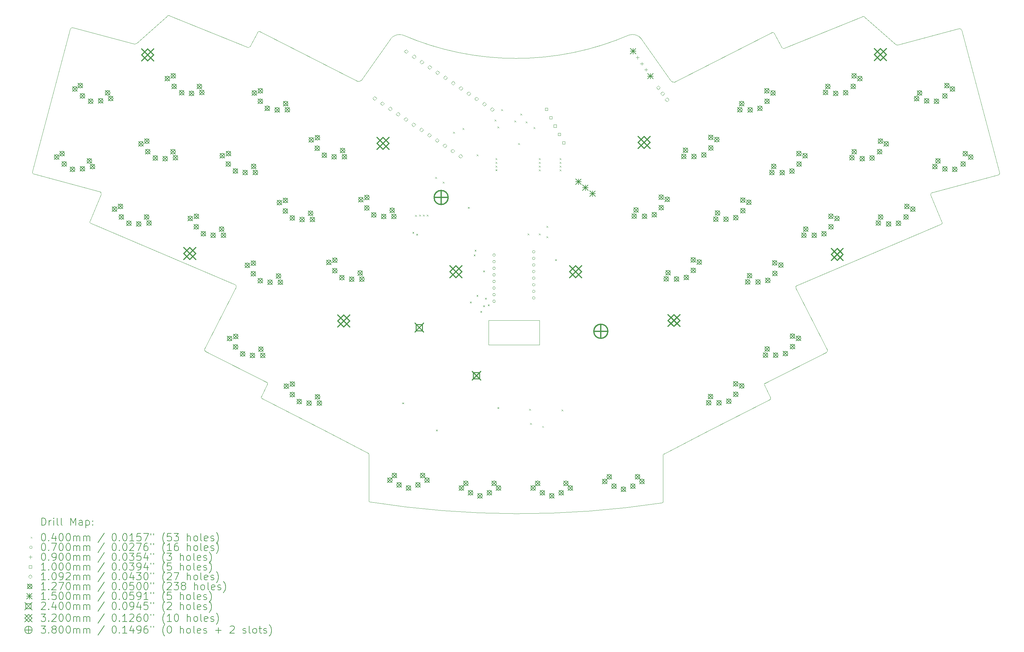
<source format=gbr>
%FSLAX45Y45*%
G04 Gerber Fmt 4.5, Leading zero omitted, Abs format (unit mm)*
G04 Created by KiCad (PCBNEW (6.0.4)) date 2022-11-04 17:16:27*
%MOMM*%
%LPD*%
G01*
G04 APERTURE LIST*
%TA.AperFunction,Profile*%
%ADD10C,0.050000*%
%TD*%
%ADD11C,0.200000*%
%ADD12C,0.040000*%
%ADD13C,0.070000*%
%ADD14C,0.090000*%
%ADD15C,0.100000*%
%ADD16C,0.109220*%
%ADD17C,0.127000*%
%ADD18C,0.150000*%
%ADD19C,0.240000*%
%ADD20C,0.320000*%
%ADD21C,0.380000*%
G04 APERTURE END LIST*
D10*
X3863130Y-7710207D02*
G75*
G03*
X3828629Y-7641197I-51851J17207D01*
G01*
X22611781Y-10174011D02*
G75*
G03*
X22586380Y-10250208I20269J-49089D01*
G01*
X4749177Y-3657377D02*
G75*
G03*
X4816402Y-3639673I18553J66037D01*
G01*
X21951380Y-3344608D02*
X19309780Y-4690808D01*
X21748181Y-12815609D02*
G75*
G03*
X21737235Y-12861152I17619J-28321D01*
G01*
X22002176Y-3370010D02*
G75*
G03*
X21951380Y-3344608I-41826J-20150D01*
G01*
X6651140Y-11888793D02*
G75*
G03*
X6676545Y-11952008I40200J-20557D01*
G01*
X25265309Y-3665076D02*
G75*
G03*
X25332537Y-3682774I48671J48347D01*
G01*
X19208180Y-4640008D02*
X18420780Y-3519208D01*
X7821199Y-3751008D02*
X5703126Y-2892311D01*
X24378589Y-2917711D02*
X22260515Y-3776408D01*
X21885552Y-13250946D02*
G75*
G03*
X21900440Y-13196468I-19512J34606D01*
G01*
X11102135Y-16016008D02*
G75*
G03*
X18979580Y-16041408I4020619J25386463D01*
G01*
X11078335Y-15990608D02*
G75*
G03*
X11102135Y-16016008I25825J348D01*
G01*
X23430570Y-11914196D02*
X22586380Y-10250208D01*
X3101135Y-3217607D02*
G75*
G03*
X3024935Y-3268408I-11225J-65713D01*
G01*
X7821200Y-3751005D02*
G75*
G03*
X7876335Y-3725608I13750J42695D01*
G01*
X8130334Y-3319208D02*
G75*
G03*
X8079534Y-3344608I-8964J-45572D01*
G01*
X21900440Y-13196468D02*
X21737235Y-12861152D01*
X3863134Y-7710208D02*
X3558335Y-8446808D01*
X3558335Y-8446808D02*
G75*
G03*
X3575530Y-8493486I31285J-14982D01*
G01*
X8344476Y-12835750D02*
G75*
G03*
X8333534Y-12790208I-28576J17220D01*
G01*
X8181281Y-13171071D02*
G75*
G03*
X8196163Y-13225545I34229J-19919D01*
G01*
X19030382Y-14720611D02*
G75*
G03*
X19003094Y-14763913I16059J-40369D01*
G01*
X10771935Y-4665408D02*
X8130335Y-3319208D01*
X2008938Y-7100609D02*
G75*
G03*
X2040030Y-7164797I48832J-15971D01*
G01*
X11660934Y-3519208D02*
X10873534Y-4640008D01*
X21748180Y-12815608D02*
X23405170Y-11977408D01*
X15674134Y-11774208D02*
X14302535Y-11774208D01*
X14302534Y-11113808D01*
X15674134Y-11113808D01*
X15674134Y-11774208D01*
X19003380Y-16016008D02*
X19003094Y-14763913D01*
X27056774Y-3293809D02*
G75*
G03*
X26980580Y-3243008I-64974J-14911D01*
G01*
X11991134Y-3414911D02*
G75*
G03*
X18090580Y-3414911I3049723J7046901D01*
G01*
X24432346Y-2925677D02*
G75*
G03*
X24378589Y-2917711I-33096J-37973D01*
G01*
X9933735Y-14111008D02*
X11051335Y-14695208D01*
X8344479Y-12835752D02*
X8181274Y-13171068D01*
X7495335Y-10224808D02*
X6651145Y-11888796D01*
X3575530Y-8493486D02*
X7469935Y-10148608D01*
X11078618Y-14738514D02*
G75*
G03*
X11051335Y-14695208I-43338J2944D01*
G01*
X4749177Y-3657374D02*
X3101135Y-3217608D01*
X25265313Y-3665073D02*
X24432346Y-2925677D01*
X19208176Y-4640010D02*
G75*
G03*
X19309780Y-4690808I87194J47390D01*
G01*
X7495331Y-10224806D02*
G75*
G03*
X7469935Y-10148608I-45651J27116D01*
G01*
X22611780Y-10174008D02*
X26506185Y-8518886D01*
X18420778Y-3519209D02*
G75*
G03*
X18090580Y-3414911I-238768J-181081D01*
G01*
X3024935Y-3268408D02*
X2008935Y-7100608D01*
X5649368Y-2900277D02*
X4816402Y-3639673D01*
X22205378Y-3751009D02*
G75*
G03*
X22260515Y-3776408I41392J17309D01*
G01*
X20147980Y-14136408D02*
X21885552Y-13250945D01*
X18979580Y-16041403D02*
G75*
G03*
X19003380Y-16016008I-2030J25753D01*
G01*
X8196163Y-13225545D02*
X9933735Y-14111008D01*
X2040030Y-7164797D02*
X3828629Y-7641197D01*
X28041687Y-7190204D02*
G75*
G03*
X28072780Y-7126008I-17747J48224D01*
G01*
X26253083Y-7666590D02*
G75*
G03*
X26218580Y-7735608I17357J-51810D01*
G01*
X11991136Y-3414906D02*
G75*
G03*
X11660934Y-3519208I-89246J-292294D01*
G01*
X8079534Y-3344608D02*
X7876335Y-3725608D01*
X23405169Y-11977405D02*
G75*
G03*
X23430570Y-11914196I-14799J42655D01*
G01*
X26253085Y-7666597D02*
X28041685Y-7190197D01*
X22205380Y-3751008D02*
X22002180Y-3370008D01*
X5703128Y-2892306D02*
G75*
G03*
X5649368Y-2900277I-20658J-45944D01*
G01*
X26980580Y-3243008D02*
X25332537Y-3682774D01*
X26506186Y-8518889D02*
G75*
G03*
X26523380Y-8472208I-14096J31699D01*
G01*
X11078621Y-14738514D02*
X11078335Y-15990608D01*
X26523380Y-8472208D02*
X26218580Y-7735608D01*
X19030380Y-14720608D02*
X20147980Y-14136408D01*
X6676545Y-11952008D02*
X8333534Y-12790208D01*
X10771935Y-4665406D02*
G75*
G03*
X10873534Y-4640008I28145J103326D01*
G01*
X28072780Y-7126008D02*
X27056780Y-3293808D01*
D11*
D12*
X11977800Y-13330500D02*
X12017800Y-13370500D01*
X12017800Y-13330500D02*
X11977800Y-13370500D01*
X12250534Y-8731608D02*
X12290534Y-8771608D01*
X12290534Y-8731608D02*
X12250534Y-8771608D01*
X12324033Y-8270093D02*
X12364033Y-8310093D01*
X12364033Y-8270093D02*
X12324033Y-8310093D01*
X12352134Y-8782408D02*
X12392134Y-8822408D01*
X12392134Y-8782408D02*
X12352134Y-8822408D01*
X12433280Y-8263200D02*
X12473280Y-8303200D01*
X12473280Y-8263200D02*
X12433280Y-8303200D01*
X12535740Y-8263200D02*
X12575740Y-8303200D01*
X12575740Y-8263200D02*
X12535740Y-8303200D01*
X12638200Y-8263200D02*
X12678200Y-8303200D01*
X12678200Y-8263200D02*
X12638200Y-8303200D01*
X12866800Y-7247200D02*
X12906800Y-7287200D01*
X12906800Y-7247200D02*
X12866800Y-7287200D01*
X12885534Y-14065608D02*
X12925534Y-14105608D01*
X12925534Y-14065608D02*
X12885534Y-14105608D01*
X13070000Y-7374200D02*
X13110000Y-7414200D01*
X13110000Y-7374200D02*
X13070000Y-7414200D01*
X13349400Y-6028000D02*
X13389400Y-6068000D01*
X13389400Y-6028000D02*
X13349400Y-6068000D01*
X13603400Y-5926400D02*
X13643400Y-5966400D01*
X13643400Y-5926400D02*
X13603400Y-5966400D01*
X13744665Y-8056837D02*
X13784665Y-8096837D01*
X13784665Y-8056837D02*
X13744665Y-8096837D01*
X13799934Y-10611208D02*
X13839934Y-10651208D01*
X13839934Y-10611208D02*
X13799934Y-10651208D01*
X13901535Y-9341208D02*
X13941535Y-9381208D01*
X13941535Y-9341208D02*
X13901535Y-9381208D01*
X13926505Y-9213778D02*
X13966505Y-9253778D01*
X13966505Y-9213778D02*
X13926505Y-9253778D01*
X13977735Y-10433408D02*
X14017735Y-10473408D01*
X14017735Y-10433408D02*
X13977735Y-10473408D01*
X13984400Y-6637600D02*
X14024400Y-6677600D01*
X14024400Y-6637600D02*
X13984400Y-6677600D01*
X14079335Y-10865208D02*
X14119335Y-10905208D01*
X14119335Y-10865208D02*
X14079335Y-10905208D01*
X14155534Y-9773008D02*
X14195534Y-9813008D01*
X14195534Y-9773008D02*
X14155534Y-9813008D01*
X14155534Y-10712808D02*
X14195534Y-10752808D01*
X14195534Y-10712808D02*
X14155534Y-10752808D01*
X14206335Y-10506758D02*
X14246335Y-10546758D01*
X14246335Y-10506758D02*
X14206335Y-10546758D01*
X14282535Y-10687408D02*
X14322535Y-10727408D01*
X14322535Y-10687408D02*
X14282535Y-10727408D01*
X14467000Y-5697800D02*
X14507000Y-5737800D01*
X14507000Y-5697800D02*
X14467000Y-5737800D01*
X14492400Y-6739200D02*
X14532400Y-6779200D01*
X14532400Y-6739200D02*
X14492400Y-6779200D01*
X14492400Y-6840800D02*
X14532400Y-6880800D01*
X14532400Y-6840800D02*
X14492400Y-6880800D01*
X14492400Y-6940750D02*
X14532400Y-6980750D01*
X14532400Y-6940750D02*
X14492400Y-6980750D01*
X14492400Y-7040701D02*
X14532400Y-7080701D01*
X14532400Y-7040701D02*
X14492400Y-7080701D01*
X14540765Y-13457500D02*
X14580765Y-13497500D01*
X14580765Y-13457500D02*
X14540765Y-13497500D01*
X14543200Y-5881247D02*
X14583200Y-5921247D01*
X14583200Y-5881247D02*
X14543200Y-5921247D01*
X14644800Y-5418400D02*
X14684800Y-5458400D01*
X14684800Y-5418400D02*
X14644800Y-5458400D01*
X15000400Y-5723200D02*
X15040400Y-5763200D01*
X15040400Y-5723200D02*
X15000400Y-5763200D01*
X15102000Y-6332800D02*
X15142000Y-6372800D01*
X15142000Y-6332800D02*
X15102000Y-6372800D01*
X15161596Y-5536604D02*
X15201596Y-5576604D01*
X15201596Y-5536604D02*
X15161596Y-5576604D01*
X15305200Y-5748600D02*
X15345200Y-5788600D01*
X15345200Y-5748600D02*
X15305200Y-5788600D01*
X15356000Y-8771200D02*
X15396000Y-8811200D01*
X15396000Y-8771200D02*
X15356000Y-8811200D01*
X15397700Y-13506808D02*
X15437700Y-13546808D01*
X15437700Y-13506808D02*
X15397700Y-13546808D01*
X15423100Y-13887808D02*
X15463100Y-13927808D01*
X15463100Y-13887808D02*
X15423100Y-13927808D01*
X15514435Y-5899508D02*
X15554435Y-5939508D01*
X15554435Y-5899508D02*
X15514435Y-5939508D01*
X15660800Y-6739200D02*
X15700800Y-6779200D01*
X15700800Y-6739200D02*
X15660800Y-6779200D01*
X15660800Y-6840800D02*
X15700800Y-6880800D01*
X15700800Y-6840800D02*
X15660800Y-6880800D01*
X15660800Y-6942400D02*
X15700800Y-6982400D01*
X15700800Y-6942400D02*
X15660800Y-6982400D01*
X15660800Y-7042350D02*
X15700800Y-7082350D01*
X15700800Y-7042350D02*
X15660800Y-7082350D01*
X15660800Y-8771200D02*
X15700800Y-8811200D01*
X15700800Y-8771200D02*
X15660800Y-8811200D01*
X15747265Y-13965500D02*
X15787265Y-14005500D01*
X15787265Y-13965500D02*
X15747265Y-14005500D01*
X15864000Y-8568000D02*
X15904000Y-8608000D01*
X15904000Y-8568000D02*
X15864000Y-8608000D01*
X15864000Y-8847400D02*
X15904000Y-8887400D01*
X15904000Y-8847400D02*
X15864000Y-8887400D01*
X16094200Y-9468208D02*
X16134200Y-9508208D01*
X16134200Y-9468208D02*
X16094200Y-9508208D01*
X16219600Y-6739200D02*
X16259600Y-6779200D01*
X16259600Y-6739200D02*
X16219600Y-6779200D01*
X16219600Y-6840800D02*
X16259600Y-6880800D01*
X16259600Y-6840800D02*
X16219600Y-6880800D01*
X16219600Y-6942400D02*
X16259600Y-6982400D01*
X16259600Y-6942400D02*
X16219600Y-6982400D01*
X16219600Y-7042350D02*
X16259600Y-7082350D01*
X16259600Y-7042350D02*
X16219600Y-7082350D01*
X16267965Y-13521000D02*
X16307965Y-13561000D01*
X16307965Y-13521000D02*
X16267965Y-13561000D01*
D13*
X14484335Y-9353208D02*
G75*
G03*
X14484335Y-9353208I-35000J0D01*
G01*
X14484335Y-9531208D02*
G75*
G03*
X14484335Y-9531208I-35000J0D01*
G01*
X14484335Y-9709208D02*
G75*
G03*
X14484335Y-9709208I-35000J0D01*
G01*
X14484335Y-9887208D02*
G75*
G03*
X14484335Y-9887208I-35000J0D01*
G01*
X14484335Y-10065208D02*
G75*
G03*
X14484335Y-10065208I-35000J0D01*
G01*
X14484335Y-10243208D02*
G75*
G03*
X14484335Y-10243208I-35000J0D01*
G01*
X14484335Y-10421208D02*
G75*
G03*
X14484335Y-10421208I-35000J0D01*
G01*
X14484335Y-10599208D02*
G75*
G03*
X14484335Y-10599208I-35000J0D01*
G01*
X15554335Y-9264208D02*
G75*
G03*
X15554335Y-9264208I-35000J0D01*
G01*
X15554335Y-9442208D02*
G75*
G03*
X15554335Y-9442208I-35000J0D01*
G01*
X15554335Y-9620208D02*
G75*
G03*
X15554335Y-9620208I-35000J0D01*
G01*
X15554335Y-9798208D02*
G75*
G03*
X15554335Y-9798208I-35000J0D01*
G01*
X15554335Y-9976208D02*
G75*
G03*
X15554335Y-9976208I-35000J0D01*
G01*
X15554335Y-10154208D02*
G75*
G03*
X15554335Y-10154208I-35000J0D01*
G01*
X15554335Y-10332208D02*
G75*
G03*
X15554335Y-10332208I-35000J0D01*
G01*
X15554335Y-10510208D02*
G75*
G03*
X15554335Y-10510208I-35000J0D01*
G01*
D14*
X18315418Y-3979317D02*
X18315418Y-4069317D01*
X18270418Y-4024317D02*
X18360418Y-4024317D01*
X18430134Y-4143148D02*
X18430134Y-4233148D01*
X18385134Y-4188148D02*
X18475134Y-4188148D01*
X18544849Y-4306978D02*
X18544849Y-4396978D01*
X18499849Y-4351978D02*
X18589849Y-4351978D01*
D15*
X15898416Y-5453682D02*
X15898416Y-5382971D01*
X15827705Y-5382971D01*
X15827705Y-5453682D01*
X15898416Y-5453682D01*
X16013730Y-5679998D02*
X16013730Y-5609287D01*
X15943018Y-5609287D01*
X15943018Y-5679998D01*
X16013730Y-5679998D01*
X16129043Y-5906314D02*
X16129043Y-5835602D01*
X16058332Y-5835602D01*
X16058332Y-5906314D01*
X16129043Y-5906314D01*
X16244357Y-6132629D02*
X16244357Y-6061918D01*
X16173646Y-6061918D01*
X16173646Y-6132629D01*
X16244357Y-6132629D01*
X16359671Y-6358945D02*
X16359671Y-6288233D01*
X16288959Y-6288233D01*
X16288959Y-6358945D01*
X16359671Y-6358945D01*
D16*
X11229695Y-5177548D02*
X11284305Y-5122938D01*
X11229695Y-5068328D01*
X11175085Y-5122938D01*
X11229695Y-5177548D01*
X11440271Y-5319583D02*
X11494881Y-5264973D01*
X11440271Y-5210363D01*
X11385661Y-5264973D01*
X11440271Y-5319583D01*
X11650846Y-5461618D02*
X11705456Y-5407008D01*
X11650846Y-5352398D01*
X11596236Y-5407008D01*
X11650846Y-5461618D01*
X11861422Y-5603653D02*
X11916032Y-5549043D01*
X11861422Y-5494433D01*
X11806812Y-5549043D01*
X11861422Y-5603653D01*
X12071997Y-5745688D02*
X12126607Y-5691078D01*
X12071997Y-5636468D01*
X12017387Y-5691078D01*
X12071997Y-5745688D01*
X12081905Y-3914095D02*
X12136515Y-3859485D01*
X12081905Y-3804875D01*
X12027295Y-3859485D01*
X12081905Y-3914095D01*
X12282573Y-5887723D02*
X12337183Y-5833113D01*
X12282573Y-5778503D01*
X12227963Y-5833113D01*
X12282573Y-5887723D01*
X12292481Y-4056130D02*
X12347091Y-4001520D01*
X12292481Y-3946910D01*
X12237871Y-4001520D01*
X12292481Y-4056130D01*
X12493148Y-6029758D02*
X12547758Y-5975148D01*
X12493148Y-5920538D01*
X12438538Y-5975148D01*
X12493148Y-6029758D01*
X12503056Y-4198165D02*
X12557666Y-4143555D01*
X12503056Y-4088945D01*
X12448446Y-4143555D01*
X12503056Y-4198165D01*
X12703724Y-6171793D02*
X12758334Y-6117183D01*
X12703724Y-6062573D01*
X12649114Y-6117183D01*
X12703724Y-6171793D01*
X12713632Y-4340200D02*
X12768242Y-4285590D01*
X12713632Y-4230980D01*
X12659022Y-4285590D01*
X12713632Y-4340200D01*
X12914300Y-6313828D02*
X12968910Y-6259218D01*
X12914300Y-6204608D01*
X12859690Y-6259218D01*
X12914300Y-6313828D01*
X12924207Y-4482235D02*
X12978817Y-4427625D01*
X12924207Y-4373015D01*
X12869597Y-4427625D01*
X12924207Y-4482235D01*
X13124875Y-6455863D02*
X13179485Y-6401253D01*
X13124875Y-6346643D01*
X13070265Y-6401253D01*
X13124875Y-6455863D01*
X13134783Y-4624270D02*
X13189393Y-4569660D01*
X13134783Y-4515050D01*
X13080173Y-4569660D01*
X13134783Y-4624270D01*
X13335451Y-6597898D02*
X13390061Y-6543288D01*
X13335451Y-6488678D01*
X13280841Y-6543288D01*
X13335451Y-6597898D01*
X13345358Y-4766305D02*
X13399968Y-4711695D01*
X13345358Y-4657085D01*
X13290748Y-4711695D01*
X13345358Y-4766305D01*
X13546026Y-6739933D02*
X13600636Y-6685323D01*
X13546026Y-6630713D01*
X13491416Y-6685323D01*
X13546026Y-6739933D01*
X13555934Y-4908340D02*
X13610544Y-4853730D01*
X13555934Y-4799120D01*
X13501324Y-4853730D01*
X13555934Y-4908340D01*
X13766510Y-5050375D02*
X13821120Y-4995765D01*
X13766510Y-4941155D01*
X13711900Y-4995765D01*
X13766510Y-5050375D01*
X13977085Y-5192410D02*
X14031695Y-5137800D01*
X13977085Y-5083190D01*
X13922475Y-5137800D01*
X13977085Y-5192410D01*
X14187661Y-5334445D02*
X14242271Y-5279835D01*
X14187661Y-5225225D01*
X14133051Y-5279835D01*
X14187661Y-5334445D01*
X14398236Y-5476480D02*
X14452846Y-5421870D01*
X14398236Y-5367260D01*
X14343626Y-5421870D01*
X14398236Y-5476480D01*
X18874686Y-4890003D02*
X18929296Y-4835393D01*
X18874686Y-4780783D01*
X18820076Y-4835393D01*
X18874686Y-4890003D01*
X18992243Y-5051807D02*
X19046853Y-4997197D01*
X18992243Y-4942587D01*
X18937633Y-4997197D01*
X18992243Y-5051807D01*
X19109800Y-5213610D02*
X19164410Y-5159000D01*
X19109800Y-5104390D01*
X19055190Y-5159000D01*
X19109800Y-5213610D01*
D17*
X2599930Y-6643475D02*
X2726930Y-6770475D01*
X2726930Y-6643475D02*
X2599930Y-6770475D01*
X2726930Y-6706975D02*
G75*
G03*
X2726930Y-6706975I-63500J0D01*
G01*
X2747486Y-6552568D02*
X2874486Y-6679568D01*
X2874486Y-6552568D02*
X2747486Y-6679568D01*
X2874486Y-6616068D02*
G75*
G03*
X2874486Y-6616068I-63500J0D01*
G01*
X2804418Y-6830783D02*
X2931418Y-6957783D01*
X2931418Y-6830783D02*
X2804418Y-6957783D01*
X2931418Y-6894283D02*
G75*
G03*
X2931418Y-6894283I-63500J0D01*
G01*
X3028540Y-6975729D02*
X3155540Y-7102729D01*
X3155540Y-6975729D02*
X3028540Y-7102729D01*
X3155540Y-7039229D02*
G75*
G03*
X3155540Y-7039229I-63500J0D01*
G01*
X3090935Y-4806436D02*
X3217935Y-4933436D01*
X3217935Y-4806436D02*
X3090935Y-4933436D01*
X3217935Y-4869936D02*
G75*
G03*
X3217935Y-4869936I-63500J0D01*
G01*
X3238491Y-4715529D02*
X3365491Y-4842529D01*
X3365491Y-4715529D02*
X3238491Y-4842529D01*
X3365491Y-4779029D02*
G75*
G03*
X3365491Y-4779029I-63500J0D01*
G01*
X3295109Y-6962263D02*
X3422109Y-7089263D01*
X3422109Y-6962263D02*
X3295109Y-7089263D01*
X3422109Y-7025763D02*
G75*
G03*
X3422109Y-7025763I-63500J0D01*
G01*
X3295424Y-4993744D02*
X3422424Y-5120744D01*
X3422424Y-4993744D02*
X3295424Y-5120744D01*
X3422424Y-5057244D02*
G75*
G03*
X3422424Y-5057244I-63500J0D01*
G01*
X3483521Y-6749788D02*
X3610521Y-6876788D01*
X3610521Y-6749788D02*
X3483521Y-6876788D01*
X3610521Y-6813288D02*
G75*
G03*
X3610521Y-6813288I-63500J0D01*
G01*
X3519546Y-5138690D02*
X3646546Y-5265690D01*
X3646546Y-5138690D02*
X3519546Y-5265690D01*
X3646546Y-5202190D02*
G75*
G03*
X3646546Y-5202190I-63500J0D01*
G01*
X3565855Y-6902294D02*
X3692855Y-7029294D01*
X3692855Y-6902294D02*
X3565855Y-7029294D01*
X3692855Y-6965794D02*
G75*
G03*
X3692855Y-6965794I-63500J0D01*
G01*
X3786114Y-5125224D02*
X3913114Y-5252224D01*
X3913114Y-5125224D02*
X3786114Y-5252224D01*
X3913114Y-5188724D02*
G75*
G03*
X3913114Y-5188724I-63500J0D01*
G01*
X3974526Y-4912749D02*
X4101526Y-5039749D01*
X4101526Y-4912749D02*
X3974526Y-5039749D01*
X4101526Y-4976249D02*
G75*
G03*
X4101526Y-4976249I-63500J0D01*
G01*
X4056860Y-5065255D02*
X4183860Y-5192255D01*
X4183860Y-5065255D02*
X4056860Y-5192255D01*
X4183860Y-5128755D02*
G75*
G03*
X4183860Y-5128755I-63500J0D01*
G01*
X4161981Y-8049033D02*
X4288981Y-8176033D01*
X4288981Y-8049033D02*
X4161981Y-8176033D01*
X4288981Y-8112533D02*
G75*
G03*
X4288981Y-8112533I-63500J0D01*
G01*
X4319516Y-7976786D02*
X4446516Y-8103786D01*
X4446516Y-7976786D02*
X4319516Y-8103786D01*
X4446516Y-8040286D02*
G75*
G03*
X4446516Y-8040286I-63500J0D01*
G01*
X4342118Y-8259866D02*
X4469118Y-8386866D01*
X4469118Y-8259866D02*
X4342118Y-8386866D01*
X4469118Y-8323366D02*
G75*
G03*
X4469118Y-8323366I-63500J0D01*
G01*
X4546905Y-8431045D02*
X4673905Y-8558045D01*
X4673905Y-8431045D02*
X4546905Y-8558045D01*
X4673905Y-8494545D02*
G75*
G03*
X4673905Y-8494545I-63500J0D01*
G01*
X4813128Y-8450166D02*
X4940128Y-8577166D01*
X4940128Y-8450166D02*
X4813128Y-8577166D01*
X4940128Y-8513666D02*
G75*
G03*
X4940128Y-8513666I-63500J0D01*
G01*
X4873762Y-6287425D02*
X5000762Y-6414425D01*
X5000762Y-6287425D02*
X4873762Y-6414425D01*
X5000762Y-6350925D02*
G75*
G03*
X5000762Y-6350925I-63500J0D01*
G01*
X5026030Y-8262236D02*
X5153030Y-8389237D01*
X5153030Y-8262236D02*
X5026030Y-8389237D01*
X5153030Y-8325736D02*
G75*
G03*
X5153030Y-8325736I-63500J0D01*
G01*
X5031297Y-6215178D02*
X5158297Y-6342178D01*
X5158297Y-6215178D02*
X5031297Y-6342178D01*
X5158297Y-6278678D02*
G75*
G03*
X5158297Y-6278678I-63500J0D01*
G01*
X5053900Y-6498257D02*
X5180900Y-6625257D01*
X5180900Y-6498257D02*
X5053900Y-6625257D01*
X5180900Y-6561757D02*
G75*
G03*
X5180900Y-6561757I-63500J0D01*
G01*
X5089165Y-8423640D02*
X5216165Y-8550640D01*
X5216165Y-8423640D02*
X5089165Y-8550640D01*
X5216165Y-8487140D02*
G75*
G03*
X5216165Y-8487140I-63500J0D01*
G01*
X5258687Y-6669437D02*
X5385687Y-6796437D01*
X5385687Y-6669437D02*
X5258687Y-6796437D01*
X5385687Y-6732937D02*
G75*
G03*
X5385687Y-6732937I-63500J0D01*
G01*
X5524909Y-6688558D02*
X5651909Y-6815558D01*
X5651909Y-6688558D02*
X5524909Y-6815558D01*
X5651909Y-6752058D02*
G75*
G03*
X5651909Y-6752058I-63500J0D01*
G01*
X5585486Y-4525735D02*
X5712486Y-4652735D01*
X5712486Y-4525735D02*
X5585486Y-4652735D01*
X5712486Y-4589235D02*
G75*
G03*
X5712486Y-4589235I-63500J0D01*
G01*
X5737811Y-6500628D02*
X5864811Y-6627628D01*
X5864811Y-6500628D02*
X5737811Y-6627628D01*
X5864811Y-6564128D02*
G75*
G03*
X5864811Y-6564128I-63500J0D01*
G01*
X5743021Y-4453488D02*
X5870021Y-4580488D01*
X5870021Y-4453488D02*
X5743021Y-4580488D01*
X5870021Y-4516988D02*
G75*
G03*
X5870021Y-4516988I-63500J0D01*
G01*
X5765623Y-4736567D02*
X5892623Y-4863567D01*
X5892623Y-4736567D02*
X5765623Y-4863567D01*
X5892623Y-4800067D02*
G75*
G03*
X5892623Y-4800067I-63500J0D01*
G01*
X5800946Y-6662031D02*
X5927946Y-6789031D01*
X5927946Y-6662031D02*
X5800946Y-6789031D01*
X5927946Y-6725531D02*
G75*
G03*
X5927946Y-6725531I-63500J0D01*
G01*
X5970410Y-4907747D02*
X6097410Y-5034747D01*
X6097410Y-4907747D02*
X5970410Y-5034747D01*
X6097410Y-4971247D02*
G75*
G03*
X6097410Y-4971247I-63500J0D01*
G01*
X6202843Y-8300296D02*
X6329843Y-8427296D01*
X6329843Y-8300296D02*
X6202843Y-8427296D01*
X6329843Y-8363796D02*
G75*
G03*
X6329843Y-8363796I-63500J0D01*
G01*
X6236633Y-4926868D02*
X6363633Y-5053868D01*
X6363633Y-4926868D02*
X6236633Y-5053868D01*
X6363633Y-4990368D02*
G75*
G03*
X6363633Y-4990368I-63500J0D01*
G01*
X6363920Y-8526027D02*
X6490920Y-8653027D01*
X6490920Y-8526027D02*
X6363920Y-8653027D01*
X6490920Y-8589527D02*
G75*
G03*
X6490920Y-8589527I-63500J0D01*
G01*
X6366075Y-8242054D02*
X6493075Y-8369054D01*
X6493075Y-8242054D02*
X6366075Y-8369054D01*
X6493075Y-8305554D02*
G75*
G03*
X6493075Y-8305554I-63500J0D01*
G01*
X6449535Y-4738938D02*
X6576535Y-4865938D01*
X6576535Y-4738938D02*
X6449535Y-4865938D01*
X6576535Y-4802438D02*
G75*
G03*
X6576535Y-4802438I-63500J0D01*
G01*
X6512669Y-4900341D02*
X6639669Y-5027341D01*
X6639669Y-4900341D02*
X6512669Y-5027341D01*
X6639669Y-4963841D02*
G75*
G03*
X6639669Y-4963841I-63500J0D01*
G01*
X6553008Y-8714403D02*
X6680008Y-8841403D01*
X6680008Y-8714403D02*
X6553008Y-8841403D01*
X6680008Y-8777903D02*
G75*
G03*
X6680008Y-8777903I-63500J0D01*
G01*
X6816551Y-8756654D02*
X6943551Y-8883654D01*
X6943551Y-8756654D02*
X6816551Y-8883654D01*
X6943551Y-8820154D02*
G75*
G03*
X6943551Y-8820154I-63500J0D01*
G01*
X7045022Y-8587995D02*
X7172022Y-8714995D01*
X7172022Y-8587995D02*
X7045022Y-8714995D01*
X7172022Y-8651495D02*
G75*
G03*
X7172022Y-8651495I-63500J0D01*
G01*
X7065425Y-6607383D02*
X7192425Y-6734383D01*
X7192425Y-6607383D02*
X7065425Y-6734383D01*
X7192425Y-6670883D02*
G75*
G03*
X7192425Y-6670883I-63500J0D01*
G01*
X7093849Y-8754287D02*
X7220849Y-8881287D01*
X7220849Y-8754287D02*
X7093849Y-8881287D01*
X7220849Y-8817787D02*
G75*
G03*
X7220849Y-8817787I-63500J0D01*
G01*
X7226502Y-6833114D02*
X7353502Y-6960114D01*
X7353502Y-6833114D02*
X7226502Y-6960114D01*
X7353502Y-6896614D02*
G75*
G03*
X7353502Y-6896614I-63500J0D01*
G01*
X7228658Y-6549141D02*
X7355658Y-6676141D01*
X7355658Y-6549141D02*
X7228658Y-6676141D01*
X7355658Y-6612641D02*
G75*
G03*
X7355658Y-6612641I-63500J0D01*
G01*
X7262103Y-11542618D02*
X7389103Y-11669618D01*
X7389103Y-11542618D02*
X7262103Y-11669618D01*
X7389103Y-11606118D02*
G75*
G03*
X7389103Y-11606118I-63500J0D01*
G01*
X7415590Y-7021490D02*
X7542590Y-7148490D01*
X7542590Y-7021490D02*
X7415590Y-7148490D01*
X7542590Y-7084990D02*
G75*
G03*
X7542590Y-7084990I-63500J0D01*
G01*
X7423180Y-11768348D02*
X7550180Y-11895348D01*
X7550180Y-11768348D02*
X7423180Y-11895348D01*
X7550180Y-11831848D02*
G75*
G03*
X7550180Y-11831848I-63500J0D01*
G01*
X7425336Y-11484376D02*
X7552336Y-11611376D01*
X7552336Y-11484376D02*
X7425336Y-11611376D01*
X7552336Y-11547876D02*
G75*
G03*
X7552336Y-11547876I-63500J0D01*
G01*
X7612269Y-11956724D02*
X7739269Y-12083724D01*
X7739269Y-11956724D02*
X7612269Y-12083724D01*
X7739269Y-12020224D02*
G75*
G03*
X7739269Y-12020224I-63500J0D01*
G01*
X7679133Y-7063741D02*
X7806133Y-7190741D01*
X7806133Y-7063741D02*
X7679133Y-7190741D01*
X7806133Y-7127241D02*
G75*
G03*
X7806133Y-7127241I-63500J0D01*
G01*
X7737654Y-9566758D02*
X7864654Y-9693758D01*
X7864654Y-9566758D02*
X7737654Y-9693758D01*
X7864654Y-9630258D02*
G75*
G03*
X7864654Y-9630258I-63500J0D01*
G01*
X7875811Y-11998976D02*
X8002811Y-12125976D01*
X8002811Y-11998976D02*
X7875811Y-12125976D01*
X8002811Y-12062476D02*
G75*
G03*
X8002811Y-12062476I-63500J0D01*
G01*
X7898731Y-9792489D02*
X8025731Y-9919489D01*
X8025731Y-9792489D02*
X7898731Y-9919489D01*
X8025731Y-9855989D02*
G75*
G03*
X8025731Y-9855989I-63500J0D01*
G01*
X7900887Y-9508516D02*
X8027887Y-9635516D01*
X8027887Y-9508516D02*
X7900887Y-9635516D01*
X8027887Y-9572016D02*
G75*
G03*
X8027887Y-9572016I-63500J0D01*
G01*
X7907605Y-6895082D02*
X8034605Y-7022082D01*
X8034605Y-6895082D02*
X7907605Y-7022082D01*
X8034605Y-6958582D02*
G75*
G03*
X8034605Y-6958582I-63500J0D01*
G01*
X7928007Y-4914471D02*
X8055007Y-5041471D01*
X8055007Y-4914471D02*
X7928007Y-5041471D01*
X8055007Y-4977971D02*
G75*
G03*
X8055007Y-4977971I-63500J0D01*
G01*
X7956432Y-7061374D02*
X8083432Y-7188374D01*
X8083432Y-7061374D02*
X7956432Y-7188374D01*
X8083432Y-7124874D02*
G75*
G03*
X8083432Y-7124874I-63500J0D01*
G01*
X8087820Y-9980865D02*
X8214820Y-10107865D01*
X8214820Y-9980865D02*
X8087820Y-10107865D01*
X8214820Y-10044365D02*
G75*
G03*
X8214820Y-10044365I-63500J0D01*
G01*
X8089083Y-5140202D02*
X8216083Y-5267202D01*
X8216083Y-5140202D02*
X8089083Y-5267202D01*
X8216083Y-5203702D02*
G75*
G03*
X8216083Y-5203702I-63500J0D01*
G01*
X8091239Y-4856229D02*
X8218239Y-4983229D01*
X8218239Y-4856229D02*
X8091239Y-4983229D01*
X8218239Y-4919729D02*
G75*
G03*
X8218239Y-4919729I-63500J0D01*
G01*
X8104283Y-11830317D02*
X8231283Y-11957317D01*
X8231283Y-11830317D02*
X8104283Y-11957317D01*
X8231283Y-11893817D02*
G75*
G03*
X8231283Y-11893817I-63500J0D01*
G01*
X8153110Y-11996608D02*
X8280110Y-12123608D01*
X8280110Y-11996608D02*
X8153110Y-12123608D01*
X8280110Y-12060108D02*
G75*
G03*
X8280110Y-12060108I-63500J0D01*
G01*
X8278172Y-5328578D02*
X8405172Y-5455578D01*
X8405172Y-5328578D02*
X8278172Y-5455578D01*
X8405172Y-5392078D02*
G75*
G03*
X8405172Y-5392078I-63500J0D01*
G01*
X8351363Y-10023116D02*
X8478363Y-10150116D01*
X8478363Y-10023116D02*
X8351363Y-10150116D01*
X8478363Y-10086616D02*
G75*
G03*
X8478363Y-10086616I-63500J0D01*
G01*
X8541715Y-5370829D02*
X8668715Y-5497829D01*
X8668715Y-5370829D02*
X8541715Y-5497829D01*
X8668715Y-5434329D02*
G75*
G03*
X8668715Y-5434329I-63500J0D01*
G01*
X8579834Y-9854457D02*
X8706834Y-9981457D01*
X8706834Y-9854457D02*
X8579834Y-9981457D01*
X8706834Y-9917957D02*
G75*
G03*
X8706834Y-9917957I-63500J0D01*
G01*
X8600236Y-7873846D02*
X8727236Y-8000846D01*
X8727236Y-7873846D02*
X8600236Y-8000846D01*
X8727236Y-7937346D02*
G75*
G03*
X8727236Y-7937346I-63500J0D01*
G01*
X8628661Y-10020749D02*
X8755661Y-10147749D01*
X8755661Y-10020749D02*
X8628661Y-10147749D01*
X8755661Y-10084249D02*
G75*
G03*
X8755661Y-10084249I-63500J0D01*
G01*
X8761313Y-8099576D02*
X8888313Y-8226576D01*
X8888313Y-8099576D02*
X8761313Y-8226576D01*
X8888313Y-8163076D02*
G75*
G03*
X8888313Y-8163076I-63500J0D01*
G01*
X8763469Y-7815604D02*
X8890469Y-7942604D01*
X8890469Y-7815604D02*
X8763469Y-7942604D01*
X8890469Y-7879104D02*
G75*
G03*
X8890469Y-7879104I-63500J0D01*
G01*
X8770186Y-5202170D02*
X8897186Y-5329170D01*
X8897186Y-5202170D02*
X8770186Y-5329170D01*
X8897186Y-5265670D02*
G75*
G03*
X8897186Y-5265670I-63500J0D01*
G01*
X8789370Y-12828428D02*
X8916370Y-12955428D01*
X8916370Y-12828428D02*
X8789370Y-12955428D01*
X8916370Y-12891928D02*
G75*
G03*
X8916370Y-12891928I-63500J0D01*
G01*
X8819013Y-5368462D02*
X8946013Y-5495462D01*
X8946013Y-5368462D02*
X8819013Y-5495462D01*
X8946013Y-5431962D02*
G75*
G03*
X8946013Y-5431962I-63500J0D01*
G01*
X8950402Y-8287952D02*
X9077402Y-8414952D01*
X9077402Y-8287952D02*
X8950402Y-8414952D01*
X9077402Y-8351452D02*
G75*
G03*
X9077402Y-8351452I-63500J0D01*
G01*
X8950447Y-13054159D02*
X9077447Y-13181159D01*
X9077447Y-13054159D02*
X8950447Y-13181159D01*
X9077447Y-13117659D02*
G75*
G03*
X9077447Y-13117659I-63500J0D01*
G01*
X8952603Y-12770186D02*
X9079603Y-12897186D01*
X9079603Y-12770186D02*
X8952603Y-12897186D01*
X9079603Y-12833686D02*
G75*
G03*
X9079603Y-12833686I-63500J0D01*
G01*
X9139536Y-13242535D02*
X9266536Y-13369535D01*
X9266536Y-13242535D02*
X9139536Y-13369535D01*
X9266536Y-13306035D02*
G75*
G03*
X9266536Y-13306035I-63500J0D01*
G01*
X9213944Y-8330203D02*
X9340944Y-8457204D01*
X9340944Y-8330203D02*
X9213944Y-8457204D01*
X9340944Y-8393704D02*
G75*
G03*
X9340944Y-8393704I-63500J0D01*
G01*
X9403079Y-13284786D02*
X9530079Y-13411786D01*
X9530079Y-13284786D02*
X9403079Y-13411786D01*
X9530079Y-13348286D02*
G75*
G03*
X9530079Y-13348286I-63500J0D01*
G01*
X9442416Y-8161545D02*
X9569416Y-8288545D01*
X9569416Y-8161545D02*
X9442416Y-8288545D01*
X9569416Y-8225045D02*
G75*
G03*
X9569416Y-8225045I-63500J0D01*
G01*
X9462818Y-6180933D02*
X9589818Y-6307933D01*
X9589818Y-6180933D02*
X9462818Y-6307933D01*
X9589818Y-6244433D02*
G75*
G03*
X9589818Y-6244433I-63500J0D01*
G01*
X9491243Y-8327836D02*
X9618243Y-8454836D01*
X9618243Y-8327836D02*
X9491243Y-8454836D01*
X9618243Y-8391336D02*
G75*
G03*
X9618243Y-8391336I-63500J0D01*
G01*
X9623895Y-6406664D02*
X9750895Y-6533664D01*
X9750895Y-6406664D02*
X9623895Y-6533664D01*
X9750895Y-6470164D02*
G75*
G03*
X9750895Y-6470164I-63500J0D01*
G01*
X9626051Y-6122691D02*
X9753051Y-6249691D01*
X9753051Y-6122691D02*
X9626051Y-6249691D01*
X9753051Y-6186191D02*
G75*
G03*
X9753051Y-6186191I-63500J0D01*
G01*
X9631550Y-13116127D02*
X9758550Y-13243127D01*
X9758550Y-13116127D02*
X9631550Y-13243127D01*
X9758550Y-13179627D02*
G75*
G03*
X9758550Y-13179627I-63500J0D01*
G01*
X9680377Y-13282419D02*
X9807377Y-13409419D01*
X9807377Y-13282419D02*
X9680377Y-13409419D01*
X9807377Y-13345919D02*
G75*
G03*
X9807377Y-13345919I-63500J0D01*
G01*
X9812984Y-6595040D02*
X9939984Y-6722040D01*
X9939984Y-6595040D02*
X9812984Y-6722040D01*
X9939984Y-6658540D02*
G75*
G03*
X9939984Y-6658540I-63500J0D01*
G01*
X9935396Y-9485615D02*
X10062396Y-9612615D01*
X10062396Y-9485615D02*
X9935396Y-9612615D01*
X10062396Y-9549115D02*
G75*
G03*
X10062396Y-9549115I-63500J0D01*
G01*
X10076527Y-6637291D02*
X10203527Y-6764291D01*
X10203527Y-6637291D02*
X10076527Y-6764291D01*
X10203527Y-6700791D02*
G75*
G03*
X10203527Y-6700791I-63500J0D01*
G01*
X10096473Y-9711345D02*
X10223473Y-9838345D01*
X10223473Y-9711345D02*
X10096473Y-9838345D01*
X10223473Y-9774845D02*
G75*
G03*
X10223473Y-9774845I-63500J0D01*
G01*
X10098629Y-9427373D02*
X10225629Y-9554373D01*
X10225629Y-9427373D02*
X10098629Y-9554373D01*
X10225629Y-9490873D02*
G75*
G03*
X10225629Y-9490873I-63500J0D01*
G01*
X10285562Y-9899722D02*
X10412562Y-10026722D01*
X10412562Y-9899722D02*
X10285562Y-10026722D01*
X10412562Y-9963222D02*
G75*
G03*
X10412562Y-9963222I-63500J0D01*
G01*
X10304998Y-6468632D02*
X10431998Y-6595632D01*
X10431998Y-6468632D02*
X10304998Y-6595632D01*
X10431998Y-6532132D02*
G75*
G03*
X10431998Y-6532132I-63500J0D01*
G01*
X10353825Y-6634924D02*
X10480825Y-6761924D01*
X10480825Y-6634924D02*
X10353825Y-6761924D01*
X10480825Y-6698424D02*
G75*
G03*
X10480825Y-6698424I-63500J0D01*
G01*
X10549105Y-9941973D02*
X10676105Y-10068973D01*
X10676105Y-9941973D02*
X10549105Y-10068973D01*
X10676105Y-10005473D02*
G75*
G03*
X10676105Y-10005473I-63500J0D01*
G01*
X10777576Y-9773314D02*
X10904576Y-9900314D01*
X10904576Y-9773314D02*
X10777576Y-9900314D01*
X10904576Y-9836814D02*
G75*
G03*
X10904576Y-9836814I-63500J0D01*
G01*
X10797978Y-7792703D02*
X10924978Y-7919703D01*
X10924978Y-7792703D02*
X10797978Y-7919703D01*
X10924978Y-7856203D02*
G75*
G03*
X10924978Y-7856203I-63500J0D01*
G01*
X10826403Y-9939605D02*
X10953403Y-10066605D01*
X10953403Y-9939605D02*
X10826403Y-10066605D01*
X10953403Y-10003105D02*
G75*
G03*
X10953403Y-10003105I-63500J0D01*
G01*
X10959055Y-8018433D02*
X11086055Y-8145433D01*
X11086055Y-8018433D02*
X10959055Y-8145433D01*
X11086055Y-8081933D02*
G75*
G03*
X11086055Y-8081933I-63500J0D01*
G01*
X10961211Y-7734461D02*
X11088211Y-7861461D01*
X11088211Y-7734461D02*
X10961211Y-7861461D01*
X11088211Y-7797961D02*
G75*
G03*
X11088211Y-7797961I-63500J0D01*
G01*
X11148144Y-8206809D02*
X11275144Y-8333809D01*
X11275144Y-8206809D02*
X11148144Y-8333809D01*
X11275144Y-8270309D02*
G75*
G03*
X11275144Y-8270309I-63500J0D01*
G01*
X11411687Y-8249060D02*
X11538687Y-8376060D01*
X11538687Y-8249060D02*
X11411687Y-8376060D01*
X11538687Y-8312560D02*
G75*
G03*
X11538687Y-8312560I-63500J0D01*
G01*
X11580276Y-15363108D02*
X11707276Y-15490108D01*
X11707276Y-15363108D02*
X11580276Y-15490108D01*
X11707276Y-15426608D02*
G75*
G03*
X11707276Y-15426608I-63500J0D01*
G01*
X11640158Y-8080401D02*
X11767158Y-8207401D01*
X11767158Y-8080401D02*
X11640158Y-8207401D01*
X11767158Y-8143901D02*
G75*
G03*
X11767158Y-8143901I-63500J0D01*
G01*
X11688985Y-8246693D02*
X11815985Y-8373693D01*
X11815985Y-8246693D02*
X11688985Y-8373693D01*
X11815985Y-8310193D02*
G75*
G03*
X11815985Y-8310193I-63500J0D01*
G01*
X11699276Y-15237108D02*
X11826276Y-15364108D01*
X11826276Y-15237108D02*
X11699276Y-15364108D01*
X11826276Y-15300608D02*
G75*
G03*
X11826276Y-15300608I-63500J0D01*
G01*
X11826276Y-15491108D02*
X11953276Y-15618108D01*
X11953276Y-15491108D02*
X11826276Y-15618108D01*
X11953276Y-15554608D02*
G75*
G03*
X11953276Y-15554608I-63500J0D01*
G01*
X12080276Y-15573108D02*
X12207276Y-15700108D01*
X12207276Y-15573108D02*
X12080276Y-15700108D01*
X12207276Y-15636608D02*
G75*
G03*
X12207276Y-15636608I-63500J0D01*
G01*
X12334276Y-15491108D02*
X12461276Y-15618108D01*
X12461276Y-15491108D02*
X12334276Y-15618108D01*
X12461276Y-15554608D02*
G75*
G03*
X12461276Y-15554608I-63500J0D01*
G01*
X12461276Y-15237108D02*
X12588276Y-15364108D01*
X12588276Y-15237108D02*
X12461276Y-15364108D01*
X12588276Y-15300608D02*
G75*
G03*
X12588276Y-15300608I-63500J0D01*
G01*
X12580276Y-15363108D02*
X12707276Y-15490108D01*
X12707276Y-15363108D02*
X12580276Y-15490108D01*
X12707276Y-15426608D02*
G75*
G03*
X12707276Y-15426608I-63500J0D01*
G01*
X13508276Y-15574777D02*
X13635276Y-15701777D01*
X13635276Y-15574777D02*
X13508276Y-15701777D01*
X13635276Y-15638277D02*
G75*
G03*
X13635276Y-15638277I-63500J0D01*
G01*
X13627276Y-15448777D02*
X13754276Y-15575777D01*
X13754276Y-15448777D02*
X13627276Y-15575777D01*
X13754276Y-15512277D02*
G75*
G03*
X13754276Y-15512277I-63500J0D01*
G01*
X13754276Y-15702777D02*
X13881276Y-15829777D01*
X13881276Y-15702777D02*
X13754276Y-15829777D01*
X13881276Y-15766277D02*
G75*
G03*
X13881276Y-15766277I-63500J0D01*
G01*
X14008276Y-15784777D02*
X14135276Y-15911777D01*
X14135276Y-15784777D02*
X14008276Y-15911777D01*
X14135276Y-15848277D02*
G75*
G03*
X14135276Y-15848277I-63500J0D01*
G01*
X14262276Y-15702777D02*
X14389276Y-15829777D01*
X14389276Y-15702777D02*
X14262276Y-15829777D01*
X14389276Y-15766277D02*
G75*
G03*
X14389276Y-15766277I-63500J0D01*
G01*
X14389276Y-15448777D02*
X14516276Y-15575777D01*
X14516276Y-15448777D02*
X14389276Y-15575777D01*
X14516276Y-15512277D02*
G75*
G03*
X14516276Y-15512277I-63500J0D01*
G01*
X14508276Y-15574777D02*
X14635276Y-15701777D01*
X14635276Y-15574777D02*
X14508276Y-15701777D01*
X14635276Y-15638277D02*
G75*
G03*
X14635276Y-15638277I-63500J0D01*
G01*
X15440834Y-15575108D02*
X15567834Y-15702108D01*
X15567834Y-15575108D02*
X15440834Y-15702108D01*
X15567834Y-15638608D02*
G75*
G03*
X15567834Y-15638608I-63500J0D01*
G01*
X15559834Y-15449108D02*
X15686834Y-15576108D01*
X15686834Y-15449108D02*
X15559834Y-15576108D01*
X15686834Y-15512608D02*
G75*
G03*
X15686834Y-15512608I-63500J0D01*
G01*
X15686834Y-15703108D02*
X15813834Y-15830108D01*
X15813834Y-15703108D02*
X15686834Y-15830108D01*
X15813834Y-15766608D02*
G75*
G03*
X15813834Y-15766608I-63500J0D01*
G01*
X15940834Y-15785108D02*
X16067834Y-15912108D01*
X16067834Y-15785108D02*
X15940834Y-15912108D01*
X16067834Y-15848608D02*
G75*
G03*
X16067834Y-15848608I-63500J0D01*
G01*
X16194834Y-15703108D02*
X16321834Y-15830108D01*
X16321834Y-15703108D02*
X16194834Y-15830108D01*
X16321834Y-15766608D02*
G75*
G03*
X16321834Y-15766608I-63500J0D01*
G01*
X16321834Y-15449108D02*
X16448834Y-15576108D01*
X16448834Y-15449108D02*
X16321834Y-15576108D01*
X16448834Y-15512608D02*
G75*
G03*
X16448834Y-15512608I-63500J0D01*
G01*
X16440834Y-15575108D02*
X16567834Y-15702108D01*
X16567834Y-15575108D02*
X16440834Y-15702108D01*
X16567834Y-15638608D02*
G75*
G03*
X16567834Y-15638608I-63500J0D01*
G01*
X17371235Y-15397308D02*
X17498235Y-15524308D01*
X17498235Y-15397308D02*
X17371235Y-15524308D01*
X17498235Y-15460808D02*
G75*
G03*
X17498235Y-15460808I-63500J0D01*
G01*
X17490235Y-15271308D02*
X17617235Y-15398308D01*
X17617235Y-15271308D02*
X17490235Y-15398308D01*
X17617235Y-15334808D02*
G75*
G03*
X17617235Y-15334808I-63500J0D01*
G01*
X17617235Y-15525308D02*
X17744235Y-15652308D01*
X17744235Y-15525308D02*
X17617235Y-15652308D01*
X17744235Y-15588808D02*
G75*
G03*
X17744235Y-15588808I-63500J0D01*
G01*
X17871235Y-15607308D02*
X17998235Y-15734308D01*
X17998235Y-15607308D02*
X17871235Y-15734308D01*
X17998235Y-15670808D02*
G75*
G03*
X17998235Y-15670808I-63500J0D01*
G01*
X18125235Y-15525308D02*
X18252235Y-15652308D01*
X18252235Y-15525308D02*
X18125235Y-15652308D01*
X18252235Y-15588808D02*
G75*
G03*
X18252235Y-15588808I-63500J0D01*
G01*
X18163039Y-8239090D02*
X18290039Y-8366090D01*
X18290039Y-8239090D02*
X18163039Y-8366090D01*
X18290039Y-8302590D02*
G75*
G03*
X18290039Y-8302590I-63500J0D01*
G01*
X18211866Y-8072798D02*
X18338866Y-8199798D01*
X18338866Y-8072798D02*
X18211866Y-8199798D01*
X18338866Y-8136298D02*
G75*
G03*
X18338866Y-8136298I-63500J0D01*
G01*
X18252235Y-15271308D02*
X18379235Y-15398308D01*
X18379235Y-15271308D02*
X18252235Y-15398308D01*
X18379235Y-15334808D02*
G75*
G03*
X18379235Y-15334808I-63500J0D01*
G01*
X18371235Y-15397308D02*
X18498235Y-15524308D01*
X18498235Y-15397308D02*
X18371235Y-15524308D01*
X18498235Y-15460808D02*
G75*
G03*
X18498235Y-15460808I-63500J0D01*
G01*
X18440337Y-8241457D02*
X18567337Y-8368457D01*
X18567337Y-8241457D02*
X18440337Y-8368457D01*
X18567337Y-8304957D02*
G75*
G03*
X18567337Y-8304957I-63500J0D01*
G01*
X18703880Y-8199206D02*
X18830880Y-8326206D01*
X18830880Y-8199206D02*
X18703880Y-8326206D01*
X18830880Y-8262706D02*
G75*
G03*
X18830880Y-8262706I-63500J0D01*
G01*
X18890813Y-7726857D02*
X19017813Y-7853857D01*
X19017813Y-7726857D02*
X18890813Y-7853857D01*
X19017813Y-7790357D02*
G75*
G03*
X19017813Y-7790357I-63500J0D01*
G01*
X18892969Y-8010830D02*
X19019969Y-8137830D01*
X19019969Y-8010830D02*
X18892969Y-8137830D01*
X19019969Y-8074330D02*
G75*
G03*
X19019969Y-8074330I-63500J0D01*
G01*
X19025621Y-9932003D02*
X19152621Y-10059003D01*
X19152621Y-9932003D02*
X19025621Y-10059003D01*
X19152621Y-9995503D02*
G75*
G03*
X19152621Y-9995503I-63500J0D01*
G01*
X19054046Y-7785099D02*
X19181046Y-7912099D01*
X19181046Y-7785099D02*
X19054046Y-7912099D01*
X19181046Y-7848599D02*
G75*
G03*
X19181046Y-7848599I-63500J0D01*
G01*
X19074448Y-9765711D02*
X19201448Y-9892711D01*
X19201448Y-9765711D02*
X19074448Y-9892711D01*
X19201448Y-9829211D02*
G75*
G03*
X19201448Y-9829211I-63500J0D01*
G01*
X19302919Y-9934370D02*
X19429919Y-10061370D01*
X19429919Y-9934370D02*
X19302919Y-10061370D01*
X19429919Y-9997870D02*
G75*
G03*
X19429919Y-9997870I-63500J0D01*
G01*
X19498199Y-6627321D02*
X19625199Y-6754321D01*
X19625199Y-6627321D02*
X19498199Y-6754321D01*
X19625199Y-6690821D02*
G75*
G03*
X19625199Y-6690821I-63500J0D01*
G01*
X19547026Y-6461029D02*
X19674026Y-6588029D01*
X19674026Y-6461029D02*
X19547026Y-6588029D01*
X19674026Y-6524529D02*
G75*
G03*
X19674026Y-6524529I-63500J0D01*
G01*
X19566462Y-9892119D02*
X19693462Y-10019119D01*
X19693462Y-9892119D02*
X19566462Y-10019119D01*
X19693462Y-9955619D02*
G75*
G03*
X19693462Y-9955619I-63500J0D01*
G01*
X19753395Y-9419770D02*
X19880395Y-9546770D01*
X19880395Y-9419770D02*
X19753395Y-9546770D01*
X19880395Y-9483270D02*
G75*
G03*
X19880395Y-9483270I-63500J0D01*
G01*
X19755551Y-9703743D02*
X19882551Y-9830743D01*
X19882551Y-9703743D02*
X19755551Y-9830743D01*
X19882551Y-9767243D02*
G75*
G03*
X19882551Y-9767243I-63500J0D01*
G01*
X19775498Y-6629688D02*
X19902498Y-6756688D01*
X19902498Y-6629688D02*
X19775498Y-6756688D01*
X19902498Y-6693188D02*
G75*
G03*
X19902498Y-6693188I-63500J0D01*
G01*
X19916627Y-9478012D02*
X20043627Y-9605012D01*
X20043627Y-9478012D02*
X19916627Y-9605012D01*
X20043627Y-9541512D02*
G75*
G03*
X20043627Y-9541512I-63500J0D01*
G01*
X20039041Y-6587437D02*
X20166041Y-6714437D01*
X20166041Y-6587437D02*
X20039041Y-6714437D01*
X20166041Y-6650937D02*
G75*
G03*
X20166041Y-6650937I-63500J0D01*
G01*
X20171647Y-13274815D02*
X20298647Y-13401815D01*
X20298647Y-13274815D02*
X20171647Y-13401815D01*
X20298647Y-13338315D02*
G75*
G03*
X20298647Y-13338315I-63500J0D01*
G01*
X20220474Y-13108524D02*
X20347474Y-13235524D01*
X20347474Y-13108524D02*
X20220474Y-13235524D01*
X20347474Y-13172024D02*
G75*
G03*
X20347474Y-13172024I-63500J0D01*
G01*
X20225973Y-6115088D02*
X20352973Y-6242088D01*
X20352973Y-6115088D02*
X20225973Y-6242088D01*
X20352973Y-6178588D02*
G75*
G03*
X20352973Y-6178588I-63500J0D01*
G01*
X20228129Y-6399061D02*
X20355129Y-6526061D01*
X20355129Y-6399061D02*
X20228129Y-6526061D01*
X20355129Y-6462561D02*
G75*
G03*
X20355129Y-6462561I-63500J0D01*
G01*
X20360781Y-8320233D02*
X20487781Y-8447233D01*
X20487781Y-8320233D02*
X20360781Y-8447233D01*
X20487781Y-8383733D02*
G75*
G03*
X20487781Y-8383733I-63500J0D01*
G01*
X20389206Y-6173330D02*
X20516206Y-6300330D01*
X20516206Y-6173330D02*
X20389206Y-6300330D01*
X20516206Y-6236830D02*
G75*
G03*
X20516206Y-6236830I-63500J0D01*
G01*
X20409608Y-8153942D02*
X20536608Y-8280942D01*
X20536608Y-8153942D02*
X20409608Y-8280942D01*
X20536608Y-8217442D02*
G75*
G03*
X20536608Y-8217442I-63500J0D01*
G01*
X20448946Y-13277183D02*
X20575946Y-13404183D01*
X20575946Y-13277183D02*
X20448946Y-13404183D01*
X20575946Y-13340683D02*
G75*
G03*
X20575946Y-13340683I-63500J0D01*
G01*
X20638079Y-8322600D02*
X20765079Y-8449601D01*
X20765079Y-8322600D02*
X20638079Y-8449601D01*
X20765079Y-8386100D02*
G75*
G03*
X20765079Y-8386100I-63500J0D01*
G01*
X20712489Y-13234932D02*
X20839489Y-13361932D01*
X20839489Y-13234932D02*
X20712489Y-13361932D01*
X20839489Y-13298432D02*
G75*
G03*
X20839489Y-13298432I-63500J0D01*
G01*
X20899421Y-12762583D02*
X21026421Y-12889583D01*
X21026421Y-12762583D02*
X20899421Y-12889583D01*
X21026421Y-12826083D02*
G75*
G03*
X21026421Y-12826083I-63500J0D01*
G01*
X20901577Y-13046555D02*
X21028577Y-13173555D01*
X21028577Y-13046555D02*
X20901577Y-13173555D01*
X21028577Y-13110055D02*
G75*
G03*
X21028577Y-13110055I-63500J0D01*
G01*
X20901622Y-8280349D02*
X21028622Y-8407349D01*
X21028622Y-8280349D02*
X20901622Y-8407349D01*
X21028622Y-8343849D02*
G75*
G03*
X21028622Y-8343849I-63500J0D01*
G01*
X21011915Y-5368768D02*
X21138915Y-5495768D01*
X21138915Y-5368768D02*
X21011915Y-5495768D01*
X21138915Y-5432268D02*
G75*
G03*
X21138915Y-5432268I-63500J0D01*
G01*
X21060742Y-5202476D02*
X21187742Y-5329476D01*
X21187742Y-5202476D02*
X21060742Y-5329476D01*
X21187742Y-5265976D02*
G75*
G03*
X21187742Y-5265976I-63500J0D01*
G01*
X21062654Y-12820825D02*
X21189654Y-12947825D01*
X21189654Y-12820825D02*
X21062654Y-12947825D01*
X21189654Y-12884325D02*
G75*
G03*
X21189654Y-12884325I-63500J0D01*
G01*
X21088555Y-7808001D02*
X21215555Y-7935001D01*
X21215555Y-7808001D02*
X21088555Y-7935001D01*
X21215555Y-7871501D02*
G75*
G03*
X21215555Y-7871501I-63500J0D01*
G01*
X21090711Y-8091973D02*
X21217711Y-8218973D01*
X21217711Y-8091973D02*
X21090711Y-8218973D01*
X21217711Y-8155473D02*
G75*
G03*
X21217711Y-8155473I-63500J0D01*
G01*
X21223363Y-10013146D02*
X21350363Y-10140146D01*
X21350363Y-10013146D02*
X21223363Y-10140146D01*
X21350363Y-10076646D02*
G75*
G03*
X21350363Y-10076646I-63500J0D01*
G01*
X21251787Y-7866243D02*
X21378787Y-7993243D01*
X21378787Y-7866243D02*
X21251787Y-7993243D01*
X21378787Y-7929743D02*
G75*
G03*
X21378787Y-7929743I-63500J0D01*
G01*
X21272190Y-9846854D02*
X21399190Y-9973854D01*
X21399190Y-9846854D02*
X21272190Y-9973854D01*
X21399190Y-9910354D02*
G75*
G03*
X21399190Y-9910354I-63500J0D01*
G01*
X21289213Y-5371135D02*
X21416213Y-5498135D01*
X21416213Y-5371135D02*
X21289213Y-5498135D01*
X21416213Y-5434635D02*
G75*
G03*
X21416213Y-5434635I-63500J0D01*
G01*
X21500661Y-10015513D02*
X21627661Y-10142513D01*
X21627661Y-10015513D02*
X21500661Y-10142513D01*
X21627661Y-10079013D02*
G75*
G03*
X21627661Y-10079013I-63500J0D01*
G01*
X21552756Y-5328884D02*
X21679756Y-5455884D01*
X21679756Y-5328884D02*
X21552756Y-5455884D01*
X21679756Y-5392384D02*
G75*
G03*
X21679756Y-5392384I-63500J0D01*
G01*
X21698914Y-11989006D02*
X21825914Y-12116006D01*
X21825914Y-11989006D02*
X21698914Y-12116006D01*
X21825914Y-12052506D02*
G75*
G03*
X21825914Y-12052506I-63500J0D01*
G01*
X21739689Y-4856535D02*
X21866689Y-4983535D01*
X21866689Y-4856535D02*
X21739689Y-4983535D01*
X21866689Y-4920035D02*
G75*
G03*
X21866689Y-4920035I-63500J0D01*
G01*
X21741845Y-5140508D02*
X21868845Y-5267508D01*
X21868845Y-5140508D02*
X21741845Y-5267508D01*
X21868845Y-5204008D02*
G75*
G03*
X21868845Y-5204008I-63500J0D01*
G01*
X21747741Y-11822714D02*
X21874741Y-11949714D01*
X21874741Y-11822714D02*
X21747741Y-11949714D01*
X21874741Y-11886214D02*
G75*
G03*
X21874741Y-11886214I-63500J0D01*
G01*
X21764204Y-9973262D02*
X21891204Y-10100262D01*
X21891204Y-9973262D02*
X21764204Y-10100262D01*
X21891204Y-10036762D02*
G75*
G03*
X21891204Y-10036762I-63500J0D01*
G01*
X21874497Y-7061680D02*
X22001497Y-7188680D01*
X22001497Y-7061680D02*
X21874497Y-7188680D01*
X22001497Y-7125180D02*
G75*
G03*
X22001497Y-7125180I-63500J0D01*
G01*
X21902921Y-4914777D02*
X22029921Y-5041777D01*
X22029921Y-4914777D02*
X21902921Y-5041777D01*
X22029921Y-4978277D02*
G75*
G03*
X22029921Y-4978277I-63500J0D01*
G01*
X21923324Y-6895389D02*
X22050324Y-7022389D01*
X22050324Y-6895389D02*
X21923324Y-7022389D01*
X22050324Y-6958889D02*
G75*
G03*
X22050324Y-6958889I-63500J0D01*
G01*
X21951137Y-9500913D02*
X22078137Y-9627913D01*
X22078137Y-9500913D02*
X21951137Y-9627913D01*
X22078137Y-9564413D02*
G75*
G03*
X22078137Y-9564413I-63500J0D01*
G01*
X21953293Y-9784886D02*
X22080293Y-9911886D01*
X22080293Y-9784886D02*
X21953293Y-9911886D01*
X22080293Y-9848386D02*
G75*
G03*
X22080293Y-9848386I-63500J0D01*
G01*
X21976212Y-11991373D02*
X22103212Y-12118373D01*
X22103212Y-11991373D02*
X21976212Y-12118373D01*
X22103212Y-12054873D02*
G75*
G03*
X22103212Y-12054873I-63500J0D01*
G01*
X22114369Y-9559155D02*
X22241369Y-9686155D01*
X22241369Y-9559155D02*
X22114369Y-9686155D01*
X22241369Y-9622655D02*
G75*
G03*
X22241369Y-9622655I-63500J0D01*
G01*
X22151795Y-7064048D02*
X22278795Y-7191048D01*
X22278795Y-7064048D02*
X22151795Y-7191048D01*
X22278795Y-7127548D02*
G75*
G03*
X22278795Y-7127548I-63500J0D01*
G01*
X22239755Y-11949122D02*
X22366755Y-12076122D01*
X22366755Y-11949122D02*
X22239755Y-12076122D01*
X22366755Y-12012622D02*
G75*
G03*
X22366755Y-12012622I-63500J0D01*
G01*
X22415338Y-7021796D02*
X22542338Y-7148796D01*
X22542338Y-7021796D02*
X22415338Y-7148796D01*
X22542338Y-7085296D02*
G75*
G03*
X22542338Y-7085296I-63500J0D01*
G01*
X22426688Y-11476773D02*
X22553688Y-11603773D01*
X22553688Y-11476773D02*
X22426688Y-11603773D01*
X22553688Y-11540273D02*
G75*
G03*
X22553688Y-11540273I-63500J0D01*
G01*
X22428844Y-11760746D02*
X22555844Y-11887746D01*
X22555844Y-11760746D02*
X22428844Y-11887746D01*
X22555844Y-11824246D02*
G75*
G03*
X22555844Y-11824246I-63500J0D01*
G01*
X22589921Y-11535015D02*
X22716921Y-11662015D01*
X22716921Y-11535015D02*
X22589921Y-11662015D01*
X22716921Y-11598515D02*
G75*
G03*
X22716921Y-11598515I-63500J0D01*
G01*
X22602271Y-6549448D02*
X22729271Y-6676448D01*
X22729271Y-6549448D02*
X22602271Y-6676448D01*
X22729271Y-6612948D02*
G75*
G03*
X22729271Y-6612948I-63500J0D01*
G01*
X22604426Y-6833420D02*
X22731426Y-6960420D01*
X22731426Y-6833420D02*
X22604426Y-6960420D01*
X22731426Y-6896920D02*
G75*
G03*
X22731426Y-6896920I-63500J0D01*
G01*
X22737078Y-8754593D02*
X22864078Y-8881593D01*
X22864078Y-8754593D02*
X22737078Y-8881593D01*
X22864078Y-8818093D02*
G75*
G03*
X22864078Y-8818093I-63500J0D01*
G01*
X22765503Y-6607690D02*
X22892503Y-6734690D01*
X22892503Y-6607690D02*
X22765503Y-6734690D01*
X22892503Y-6671190D02*
G75*
G03*
X22892503Y-6671190I-63500J0D01*
G01*
X22785905Y-8588301D02*
X22912905Y-8715301D01*
X22912905Y-8588301D02*
X22785905Y-8715301D01*
X22912905Y-8651801D02*
G75*
G03*
X22912905Y-8651801I-63500J0D01*
G01*
X23014377Y-8756960D02*
X23141377Y-8883960D01*
X23141377Y-8756960D02*
X23014377Y-8883960D01*
X23141377Y-8820460D02*
G75*
G03*
X23141377Y-8820460I-63500J0D01*
G01*
X23277920Y-8714709D02*
X23404920Y-8841709D01*
X23404920Y-8714709D02*
X23277920Y-8841709D01*
X23404920Y-8778209D02*
G75*
G03*
X23404920Y-8778209I-63500J0D01*
G01*
X23318293Y-4900724D02*
X23445293Y-5027724D01*
X23445293Y-4900724D02*
X23318293Y-5027724D01*
X23445293Y-4964224D02*
G75*
G03*
X23445293Y-4964224I-63500J0D01*
G01*
X23381428Y-4739321D02*
X23508428Y-4866321D01*
X23508428Y-4739321D02*
X23381428Y-4866321D01*
X23508428Y-4802821D02*
G75*
G03*
X23508428Y-4802821I-63500J0D01*
G01*
X23464852Y-8242360D02*
X23591852Y-8369360D01*
X23591852Y-8242360D02*
X23464852Y-8369360D01*
X23591852Y-8305860D02*
G75*
G03*
X23591852Y-8305860I-63500J0D01*
G01*
X23467008Y-8526333D02*
X23594008Y-8653333D01*
X23594008Y-8526333D02*
X23467008Y-8653333D01*
X23594008Y-8589833D02*
G75*
G03*
X23594008Y-8589833I-63500J0D01*
G01*
X23594330Y-4927250D02*
X23721330Y-5054250D01*
X23721330Y-4927250D02*
X23594330Y-5054250D01*
X23721330Y-4990750D02*
G75*
G03*
X23721330Y-4990750I-63500J0D01*
G01*
X23628085Y-8300602D02*
X23755085Y-8427602D01*
X23755085Y-8300602D02*
X23628085Y-8427602D01*
X23755085Y-8364102D02*
G75*
G03*
X23755085Y-8364102I-63500J0D01*
G01*
X23860553Y-4908129D02*
X23987553Y-5035129D01*
X23987553Y-4908129D02*
X23860553Y-5035129D01*
X23987553Y-4971629D02*
G75*
G03*
X23987553Y-4971629I-63500J0D01*
G01*
X24030046Y-6662373D02*
X24157046Y-6789373D01*
X24157046Y-6662373D02*
X24030046Y-6789373D01*
X24157046Y-6725873D02*
G75*
G03*
X24157046Y-6725873I-63500J0D01*
G01*
X24065340Y-4736950D02*
X24192340Y-4863950D01*
X24192340Y-4736950D02*
X24065340Y-4863950D01*
X24192340Y-4800450D02*
G75*
G03*
X24192340Y-4800450I-63500J0D01*
G01*
X24087942Y-4453871D02*
X24214942Y-4580871D01*
X24214942Y-4453871D02*
X24087942Y-4580871D01*
X24214942Y-4517371D02*
G75*
G03*
X24214942Y-4517371I-63500J0D01*
G01*
X24093180Y-6500970D02*
X24220180Y-6627970D01*
X24220180Y-6500970D02*
X24093180Y-6627970D01*
X24220180Y-6564470D02*
G75*
G03*
X24220180Y-6564470I-63500J0D01*
G01*
X24245477Y-4526118D02*
X24372477Y-4653118D01*
X24372477Y-4526118D02*
X24245477Y-4653118D01*
X24372477Y-4589618D02*
G75*
G03*
X24372477Y-4589618I-63500J0D01*
G01*
X24306083Y-6688899D02*
X24433083Y-6815899D01*
X24433083Y-6688899D02*
X24306083Y-6815899D01*
X24433083Y-6752399D02*
G75*
G03*
X24433083Y-6752399I-63500J0D01*
G01*
X24572305Y-6669778D02*
X24699305Y-6796778D01*
X24699305Y-6669778D02*
X24572305Y-6796778D01*
X24699305Y-6733278D02*
G75*
G03*
X24699305Y-6733278I-63500J0D01*
G01*
X24741798Y-8424023D02*
X24868798Y-8551023D01*
X24868798Y-8424023D02*
X24741798Y-8551023D01*
X24868798Y-8487523D02*
G75*
G03*
X24868798Y-8487523I-63500J0D01*
G01*
X24777092Y-6498599D02*
X24904092Y-6625599D01*
X24904092Y-6498599D02*
X24777092Y-6625599D01*
X24904092Y-6562099D02*
G75*
G03*
X24904092Y-6562099I-63500J0D01*
G01*
X24799694Y-6215520D02*
X24926694Y-6342520D01*
X24926694Y-6215520D02*
X24799694Y-6342520D01*
X24926694Y-6279020D02*
G75*
G03*
X24926694Y-6279020I-63500J0D01*
G01*
X24804933Y-8262619D02*
X24931933Y-8389619D01*
X24931933Y-8262619D02*
X24804933Y-8389619D01*
X24931933Y-8326119D02*
G75*
G03*
X24931933Y-8326119I-63500J0D01*
G01*
X24957229Y-6287767D02*
X25084229Y-6414767D01*
X25084229Y-6287767D02*
X24957229Y-6414767D01*
X25084229Y-6351267D02*
G75*
G03*
X25084229Y-6351267I-63500J0D01*
G01*
X25017835Y-8450549D02*
X25144835Y-8577549D01*
X25144835Y-8450549D02*
X25017835Y-8577549D01*
X25144835Y-8514049D02*
G75*
G03*
X25144835Y-8514049I-63500J0D01*
G01*
X25284057Y-8431428D02*
X25411057Y-8558428D01*
X25411057Y-8431428D02*
X25284057Y-8558428D01*
X25411057Y-8494928D02*
G75*
G03*
X25411057Y-8494928I-63500J0D01*
G01*
X25488844Y-8260249D02*
X25615844Y-8387249D01*
X25615844Y-8260249D02*
X25488844Y-8387249D01*
X25615844Y-8323749D02*
G75*
G03*
X25615844Y-8323749I-63500J0D01*
G01*
X25511447Y-7977169D02*
X25638447Y-8104169D01*
X25638447Y-7977169D02*
X25511447Y-8104169D01*
X25638447Y-8040669D02*
G75*
G03*
X25638447Y-8040669I-63500J0D01*
G01*
X25668982Y-8049416D02*
X25795982Y-8176416D01*
X25795982Y-8049416D02*
X25668982Y-8176416D01*
X25795982Y-8112916D02*
G75*
G03*
X25795982Y-8112916I-63500J0D01*
G01*
X25772493Y-5066824D02*
X25899493Y-5193824D01*
X25899493Y-5066824D02*
X25772493Y-5193824D01*
X25899493Y-5130324D02*
G75*
G03*
X25899493Y-5130324I-63500J0D01*
G01*
X25854827Y-4914318D02*
X25981827Y-5041318D01*
X25981827Y-4914318D02*
X25854827Y-5041318D01*
X25981827Y-4977818D02*
G75*
G03*
X25981827Y-4977818I-63500J0D01*
G01*
X26043240Y-5126793D02*
X26170240Y-5253793D01*
X26170240Y-5126793D02*
X26043240Y-5253793D01*
X26170240Y-5190293D02*
G75*
G03*
X26170240Y-5190293I-63500J0D01*
G01*
X26265116Y-6902829D02*
X26392116Y-7029829D01*
X26392116Y-6902829D02*
X26265116Y-7029829D01*
X26392116Y-6966329D02*
G75*
G03*
X26392116Y-6966329I-63500J0D01*
G01*
X26309808Y-5140259D02*
X26436808Y-5267259D01*
X26436808Y-5140259D02*
X26309808Y-5267259D01*
X26436808Y-5203759D02*
G75*
G03*
X26436808Y-5203759I-63500J0D01*
G01*
X26347450Y-6750323D02*
X26474450Y-6877323D01*
X26474450Y-6750323D02*
X26347450Y-6877323D01*
X26474450Y-6813823D02*
G75*
G03*
X26474450Y-6813823I-63500J0D01*
G01*
X26533930Y-4995313D02*
X26660930Y-5122313D01*
X26660930Y-4995313D02*
X26533930Y-5122313D01*
X26660930Y-5058813D02*
G75*
G03*
X26660930Y-5058813I-63500J0D01*
G01*
X26535862Y-6962798D02*
X26662862Y-7089798D01*
X26662862Y-6962798D02*
X26535862Y-7089798D01*
X26662862Y-7026298D02*
G75*
G03*
X26662862Y-7026298I-63500J0D01*
G01*
X26590863Y-4717098D02*
X26717863Y-4844098D01*
X26717863Y-4717098D02*
X26590863Y-4844098D01*
X26717863Y-4780598D02*
G75*
G03*
X26717863Y-4780598I-63500J0D01*
G01*
X26738419Y-4808005D02*
X26865419Y-4935005D01*
X26865419Y-4808005D02*
X26738419Y-4935005D01*
X26865419Y-4871505D02*
G75*
G03*
X26865419Y-4871505I-63500J0D01*
G01*
X26802431Y-6976264D02*
X26929431Y-7103264D01*
X26929431Y-6976264D02*
X26802431Y-7103264D01*
X26929431Y-7039764D02*
G75*
G03*
X26929431Y-7039764I-63500J0D01*
G01*
X27026553Y-6831318D02*
X27153553Y-6958318D01*
X27153553Y-6831318D02*
X27026553Y-6958318D01*
X27153553Y-6894818D02*
G75*
G03*
X27153553Y-6894818I-63500J0D01*
G01*
X27083485Y-6553103D02*
X27210485Y-6680103D01*
X27210485Y-6553103D02*
X27083485Y-6680103D01*
X27210485Y-6616603D02*
G75*
G03*
X27210485Y-6616603I-63500J0D01*
G01*
X27231042Y-6644010D02*
X27358042Y-6771010D01*
X27358042Y-6644010D02*
X27231042Y-6771010D01*
X27358042Y-6707510D02*
G75*
G03*
X27358042Y-6707510I-63500J0D01*
G01*
D18*
X16646186Y-7296377D02*
X16796186Y-7446377D01*
X16796186Y-7296377D02*
X16646186Y-7446377D01*
X16721186Y-7296377D02*
X16721186Y-7446377D01*
X16646186Y-7371377D02*
X16796186Y-7371377D01*
X16837698Y-7457074D02*
X16987698Y-7607074D01*
X16987698Y-7457074D02*
X16837698Y-7607074D01*
X16912698Y-7457074D02*
X16912698Y-7607074D01*
X16837698Y-7532074D02*
X16987698Y-7532074D01*
X17029209Y-7617771D02*
X17179209Y-7767771D01*
X17179209Y-7617771D02*
X17029209Y-7767771D01*
X17104209Y-7617771D02*
X17104209Y-7767771D01*
X17029209Y-7692771D02*
X17179209Y-7692771D01*
X18119967Y-3777295D02*
X18269967Y-3927295D01*
X18269967Y-3777295D02*
X18119967Y-3927295D01*
X18194967Y-3777295D02*
X18194967Y-3927295D01*
X18119967Y-3852295D02*
X18269967Y-3852295D01*
X18590300Y-4449000D02*
X18740300Y-4599000D01*
X18740300Y-4449000D02*
X18590300Y-4599000D01*
X18665300Y-4449000D02*
X18665300Y-4599000D01*
X18590300Y-4524000D02*
X18740300Y-4524000D01*
D19*
X12308605Y-11185982D02*
X12548605Y-11425982D01*
X12548605Y-11185982D02*
X12308605Y-11425982D01*
X12513459Y-11390835D02*
X12513459Y-11221128D01*
X12343752Y-11221128D01*
X12343752Y-11390835D01*
X12513459Y-11390835D01*
X13854939Y-12483549D02*
X14094939Y-12723549D01*
X14094939Y-12483549D02*
X13854939Y-12723549D01*
X14059793Y-12688403D02*
X14059793Y-12518696D01*
X13890085Y-12518696D01*
X13890085Y-12688403D01*
X14059793Y-12688403D01*
D20*
X4957067Y-3789735D02*
X5277067Y-4109735D01*
X5277067Y-3789735D02*
X4957067Y-4109735D01*
X5117067Y-4109735D02*
X5277067Y-3949735D01*
X5117067Y-3789735D01*
X4957067Y-3949735D01*
X5117067Y-4109735D01*
X6090734Y-9150408D02*
X6410734Y-9470408D01*
X6410734Y-9150408D02*
X6090734Y-9470408D01*
X6250734Y-9470408D02*
X6410734Y-9310408D01*
X6250734Y-9150408D01*
X6090734Y-9310408D01*
X6250734Y-9470408D01*
X10241002Y-10971012D02*
X10561002Y-11291012D01*
X10561002Y-10971012D02*
X10241002Y-11291012D01*
X10401002Y-11291012D02*
X10561002Y-11131012D01*
X10401002Y-10971012D01*
X10241002Y-11131012D01*
X10401002Y-11291012D01*
X11297734Y-6178608D02*
X11617734Y-6498608D01*
X11617734Y-6178608D02*
X11297734Y-6498608D01*
X11457734Y-6498608D02*
X11617734Y-6338608D01*
X11457734Y-6178608D01*
X11297734Y-6338608D01*
X11457734Y-6498608D01*
X13258934Y-9645608D02*
X13578934Y-9965608D01*
X13578934Y-9645608D02*
X13258934Y-9965608D01*
X13418934Y-9965608D02*
X13578934Y-9805608D01*
X13418934Y-9645608D01*
X13258934Y-9805608D01*
X13418934Y-9965608D01*
X16484735Y-9645608D02*
X16804735Y-9965608D01*
X16804735Y-9645608D02*
X16484735Y-9965608D01*
X16644735Y-9965608D02*
X16804735Y-9805608D01*
X16644735Y-9645608D01*
X16484735Y-9805608D01*
X16644735Y-9965608D01*
X18333534Y-6153208D02*
X18653534Y-6473208D01*
X18653534Y-6153208D02*
X18333534Y-6473208D01*
X18493534Y-6473208D02*
X18653534Y-6313208D01*
X18493534Y-6153208D01*
X18333534Y-6313208D01*
X18493534Y-6473208D01*
X19137215Y-10959805D02*
X19457215Y-11279805D01*
X19457215Y-10959805D02*
X19137215Y-11279805D01*
X19297215Y-11279805D02*
X19457215Y-11119805D01*
X19297215Y-10959805D01*
X19137215Y-11119805D01*
X19297215Y-11279805D01*
X23536600Y-9175808D02*
X23856600Y-9495808D01*
X23856600Y-9175808D02*
X23536600Y-9495808D01*
X23696600Y-9495808D02*
X23856600Y-9335808D01*
X23696600Y-9175808D01*
X23536600Y-9335808D01*
X23696600Y-9495808D01*
X24702107Y-3783433D02*
X25022107Y-4103433D01*
X25022107Y-3783433D02*
X24702107Y-4103433D01*
X24862107Y-4103433D02*
X25022107Y-3943433D01*
X24862107Y-3783433D01*
X24702107Y-3943433D01*
X24862107Y-4103433D01*
D21*
X13023655Y-7609824D02*
X13023655Y-7989824D01*
X12833655Y-7799824D02*
X13213655Y-7799824D01*
X13213655Y-7799824D02*
G75*
G03*
X13213655Y-7799824I-190000J0D01*
G01*
D11*
X13158329Y-7919356D02*
X13164757Y-7911695D01*
X12882553Y-7687952D02*
X12888981Y-7680292D01*
X13164757Y-7911695D02*
G75*
G03*
X12888981Y-7680292I-137888J115702D01*
G01*
X12882553Y-7687952D02*
G75*
G03*
X13158329Y-7919356I137888J-115702D01*
G01*
D21*
X17326366Y-11219928D02*
X17326366Y-11599928D01*
X17136366Y-11409928D02*
X17516366Y-11409928D01*
X17516366Y-11409928D02*
G75*
G03*
X17516366Y-11409928I-190000J0D01*
G01*
D11*
X17461040Y-11529460D02*
X17467468Y-11521799D01*
X17185264Y-11298056D02*
X17191692Y-11290396D01*
X17467468Y-11521799D02*
G75*
G03*
X17191692Y-11290396I-137888J115702D01*
G01*
X17185264Y-11298056D02*
G75*
G03*
X17461040Y-11529460I137888J-115702D01*
G01*
X2261512Y-16645398D02*
X2261512Y-16445398D01*
X2309131Y-16445398D01*
X2337703Y-16454922D01*
X2356750Y-16473969D01*
X2366274Y-16493017D01*
X2375798Y-16531112D01*
X2375798Y-16559684D01*
X2366274Y-16597779D01*
X2356750Y-16616826D01*
X2337703Y-16635874D01*
X2309131Y-16645398D01*
X2261512Y-16645398D01*
X2461512Y-16645398D02*
X2461512Y-16512065D01*
X2461512Y-16550160D02*
X2471036Y-16531112D01*
X2480560Y-16521588D01*
X2499607Y-16512065D01*
X2518655Y-16512065D01*
X2585322Y-16645398D02*
X2585322Y-16512065D01*
X2585322Y-16445398D02*
X2575798Y-16454922D01*
X2585322Y-16464446D01*
X2594845Y-16454922D01*
X2585322Y-16445398D01*
X2585322Y-16464446D01*
X2709131Y-16645398D02*
X2690083Y-16635874D01*
X2680560Y-16616826D01*
X2680560Y-16445398D01*
X2813893Y-16645398D02*
X2794845Y-16635874D01*
X2785322Y-16616826D01*
X2785322Y-16445398D01*
X3042464Y-16645398D02*
X3042464Y-16445398D01*
X3109131Y-16588255D01*
X3175798Y-16445398D01*
X3175798Y-16645398D01*
X3356750Y-16645398D02*
X3356750Y-16540636D01*
X3347226Y-16521588D01*
X3328179Y-16512065D01*
X3290083Y-16512065D01*
X3271036Y-16521588D01*
X3356750Y-16635874D02*
X3337702Y-16645398D01*
X3290083Y-16645398D01*
X3271036Y-16635874D01*
X3261512Y-16616826D01*
X3261512Y-16597779D01*
X3271036Y-16578731D01*
X3290083Y-16569207D01*
X3337702Y-16569207D01*
X3356750Y-16559684D01*
X3451988Y-16512065D02*
X3451988Y-16712065D01*
X3451988Y-16521588D02*
X3471036Y-16512065D01*
X3509131Y-16512065D01*
X3528179Y-16521588D01*
X3537702Y-16531112D01*
X3547226Y-16550160D01*
X3547226Y-16607303D01*
X3537702Y-16626350D01*
X3528179Y-16635874D01*
X3509131Y-16645398D01*
X3471036Y-16645398D01*
X3451988Y-16635874D01*
X3632941Y-16626350D02*
X3642464Y-16635874D01*
X3632941Y-16645398D01*
X3623417Y-16635874D01*
X3632941Y-16626350D01*
X3632941Y-16645398D01*
X3632941Y-16521588D02*
X3642464Y-16531112D01*
X3632941Y-16540636D01*
X3623417Y-16531112D01*
X3632941Y-16521588D01*
X3632941Y-16540636D01*
D12*
X1963893Y-16954922D02*
X2003893Y-16994922D01*
X2003893Y-16954922D02*
X1963893Y-16994922D01*
D11*
X2299607Y-16865398D02*
X2318655Y-16865398D01*
X2337703Y-16874922D01*
X2347226Y-16884446D01*
X2356750Y-16903493D01*
X2366274Y-16941588D01*
X2366274Y-16989208D01*
X2356750Y-17027303D01*
X2347226Y-17046350D01*
X2337703Y-17055874D01*
X2318655Y-17065398D01*
X2299607Y-17065398D01*
X2280560Y-17055874D01*
X2271036Y-17046350D01*
X2261512Y-17027303D01*
X2251988Y-16989208D01*
X2251988Y-16941588D01*
X2261512Y-16903493D01*
X2271036Y-16884446D01*
X2280560Y-16874922D01*
X2299607Y-16865398D01*
X2451988Y-17046350D02*
X2461512Y-17055874D01*
X2451988Y-17065398D01*
X2442464Y-17055874D01*
X2451988Y-17046350D01*
X2451988Y-17065398D01*
X2632941Y-16932065D02*
X2632941Y-17065398D01*
X2585322Y-16855874D02*
X2537703Y-16998731D01*
X2661512Y-16998731D01*
X2775798Y-16865398D02*
X2794845Y-16865398D01*
X2813893Y-16874922D01*
X2823417Y-16884446D01*
X2832941Y-16903493D01*
X2842464Y-16941588D01*
X2842464Y-16989208D01*
X2832941Y-17027303D01*
X2823417Y-17046350D01*
X2813893Y-17055874D01*
X2794845Y-17065398D01*
X2775798Y-17065398D01*
X2756750Y-17055874D01*
X2747226Y-17046350D01*
X2737703Y-17027303D01*
X2728179Y-16989208D01*
X2728179Y-16941588D01*
X2737703Y-16903493D01*
X2747226Y-16884446D01*
X2756750Y-16874922D01*
X2775798Y-16865398D01*
X2966274Y-16865398D02*
X2985321Y-16865398D01*
X3004369Y-16874922D01*
X3013893Y-16884446D01*
X3023417Y-16903493D01*
X3032941Y-16941588D01*
X3032941Y-16989208D01*
X3023417Y-17027303D01*
X3013893Y-17046350D01*
X3004369Y-17055874D01*
X2985321Y-17065398D01*
X2966274Y-17065398D01*
X2947226Y-17055874D01*
X2937702Y-17046350D01*
X2928179Y-17027303D01*
X2918655Y-16989208D01*
X2918655Y-16941588D01*
X2928179Y-16903493D01*
X2937702Y-16884446D01*
X2947226Y-16874922D01*
X2966274Y-16865398D01*
X3118655Y-17065398D02*
X3118655Y-16932065D01*
X3118655Y-16951112D02*
X3128179Y-16941588D01*
X3147226Y-16932065D01*
X3175798Y-16932065D01*
X3194845Y-16941588D01*
X3204369Y-16960636D01*
X3204369Y-17065398D01*
X3204369Y-16960636D02*
X3213893Y-16941588D01*
X3232941Y-16932065D01*
X3261512Y-16932065D01*
X3280560Y-16941588D01*
X3290083Y-16960636D01*
X3290083Y-17065398D01*
X3385321Y-17065398D02*
X3385321Y-16932065D01*
X3385321Y-16951112D02*
X3394845Y-16941588D01*
X3413893Y-16932065D01*
X3442464Y-16932065D01*
X3461512Y-16941588D01*
X3471036Y-16960636D01*
X3471036Y-17065398D01*
X3471036Y-16960636D02*
X3480560Y-16941588D01*
X3499607Y-16932065D01*
X3528179Y-16932065D01*
X3547226Y-16941588D01*
X3556750Y-16960636D01*
X3556750Y-17065398D01*
X3947226Y-16855874D02*
X3775798Y-17113017D01*
X4204369Y-16865398D02*
X4223417Y-16865398D01*
X4242464Y-16874922D01*
X4251988Y-16884446D01*
X4261512Y-16903493D01*
X4271036Y-16941588D01*
X4271036Y-16989208D01*
X4261512Y-17027303D01*
X4251988Y-17046350D01*
X4242464Y-17055874D01*
X4223417Y-17065398D01*
X4204369Y-17065398D01*
X4185321Y-17055874D01*
X4175798Y-17046350D01*
X4166274Y-17027303D01*
X4156750Y-16989208D01*
X4156750Y-16941588D01*
X4166274Y-16903493D01*
X4175798Y-16884446D01*
X4185321Y-16874922D01*
X4204369Y-16865398D01*
X4356750Y-17046350D02*
X4366274Y-17055874D01*
X4356750Y-17065398D01*
X4347226Y-17055874D01*
X4356750Y-17046350D01*
X4356750Y-17065398D01*
X4490083Y-16865398D02*
X4509131Y-16865398D01*
X4528179Y-16874922D01*
X4537703Y-16884446D01*
X4547226Y-16903493D01*
X4556750Y-16941588D01*
X4556750Y-16989208D01*
X4547226Y-17027303D01*
X4537703Y-17046350D01*
X4528179Y-17055874D01*
X4509131Y-17065398D01*
X4490083Y-17065398D01*
X4471036Y-17055874D01*
X4461512Y-17046350D01*
X4451988Y-17027303D01*
X4442464Y-16989208D01*
X4442464Y-16941588D01*
X4451988Y-16903493D01*
X4461512Y-16884446D01*
X4471036Y-16874922D01*
X4490083Y-16865398D01*
X4747226Y-17065398D02*
X4632941Y-17065398D01*
X4690083Y-17065398D02*
X4690083Y-16865398D01*
X4671036Y-16893969D01*
X4651988Y-16913017D01*
X4632941Y-16922541D01*
X4928179Y-16865398D02*
X4832941Y-16865398D01*
X4823417Y-16960636D01*
X4832941Y-16951112D01*
X4851988Y-16941588D01*
X4899607Y-16941588D01*
X4918655Y-16951112D01*
X4928179Y-16960636D01*
X4937703Y-16979684D01*
X4937703Y-17027303D01*
X4928179Y-17046350D01*
X4918655Y-17055874D01*
X4899607Y-17065398D01*
X4851988Y-17065398D01*
X4832941Y-17055874D01*
X4823417Y-17046350D01*
X5004369Y-16865398D02*
X5137703Y-16865398D01*
X5051988Y-17065398D01*
X5204369Y-16865398D02*
X5204369Y-16903493D01*
X5280560Y-16865398D02*
X5280560Y-16903493D01*
X5575798Y-17141588D02*
X5566274Y-17132065D01*
X5547226Y-17103493D01*
X5537703Y-17084446D01*
X5528179Y-17055874D01*
X5518655Y-17008255D01*
X5518655Y-16970160D01*
X5528179Y-16922541D01*
X5537703Y-16893969D01*
X5547226Y-16874922D01*
X5566274Y-16846350D01*
X5575798Y-16836827D01*
X5747226Y-16865398D02*
X5651988Y-16865398D01*
X5642464Y-16960636D01*
X5651988Y-16951112D01*
X5671036Y-16941588D01*
X5718655Y-16941588D01*
X5737702Y-16951112D01*
X5747226Y-16960636D01*
X5756750Y-16979684D01*
X5756750Y-17027303D01*
X5747226Y-17046350D01*
X5737702Y-17055874D01*
X5718655Y-17065398D01*
X5671036Y-17065398D01*
X5651988Y-17055874D01*
X5642464Y-17046350D01*
X5823417Y-16865398D02*
X5947226Y-16865398D01*
X5880560Y-16941588D01*
X5909131Y-16941588D01*
X5928179Y-16951112D01*
X5937702Y-16960636D01*
X5947226Y-16979684D01*
X5947226Y-17027303D01*
X5937702Y-17046350D01*
X5928179Y-17055874D01*
X5909131Y-17065398D01*
X5851988Y-17065398D01*
X5832941Y-17055874D01*
X5823417Y-17046350D01*
X6185321Y-17065398D02*
X6185321Y-16865398D01*
X6271036Y-17065398D02*
X6271036Y-16960636D01*
X6261512Y-16941588D01*
X6242464Y-16932065D01*
X6213893Y-16932065D01*
X6194845Y-16941588D01*
X6185321Y-16951112D01*
X6394845Y-17065398D02*
X6375798Y-17055874D01*
X6366274Y-17046350D01*
X6356750Y-17027303D01*
X6356750Y-16970160D01*
X6366274Y-16951112D01*
X6375798Y-16941588D01*
X6394845Y-16932065D01*
X6423417Y-16932065D01*
X6442464Y-16941588D01*
X6451988Y-16951112D01*
X6461512Y-16970160D01*
X6461512Y-17027303D01*
X6451988Y-17046350D01*
X6442464Y-17055874D01*
X6423417Y-17065398D01*
X6394845Y-17065398D01*
X6575798Y-17065398D02*
X6556750Y-17055874D01*
X6547226Y-17036827D01*
X6547226Y-16865398D01*
X6728179Y-17055874D02*
X6709131Y-17065398D01*
X6671036Y-17065398D01*
X6651988Y-17055874D01*
X6642464Y-17036827D01*
X6642464Y-16960636D01*
X6651988Y-16941588D01*
X6671036Y-16932065D01*
X6709131Y-16932065D01*
X6728179Y-16941588D01*
X6737702Y-16960636D01*
X6737702Y-16979684D01*
X6642464Y-16998731D01*
X6813893Y-17055874D02*
X6832941Y-17065398D01*
X6871036Y-17065398D01*
X6890083Y-17055874D01*
X6899607Y-17036827D01*
X6899607Y-17027303D01*
X6890083Y-17008255D01*
X6871036Y-16998731D01*
X6842464Y-16998731D01*
X6823417Y-16989208D01*
X6813893Y-16970160D01*
X6813893Y-16960636D01*
X6823417Y-16941588D01*
X6842464Y-16932065D01*
X6871036Y-16932065D01*
X6890083Y-16941588D01*
X6966274Y-17141588D02*
X6975798Y-17132065D01*
X6994845Y-17103493D01*
X7004369Y-17084446D01*
X7013893Y-17055874D01*
X7023417Y-17008255D01*
X7023417Y-16970160D01*
X7013893Y-16922541D01*
X7004369Y-16893969D01*
X6994845Y-16874922D01*
X6975798Y-16846350D01*
X6966274Y-16836827D01*
D13*
X2003893Y-17238922D02*
G75*
G03*
X2003893Y-17238922I-35000J0D01*
G01*
D11*
X2299607Y-17129398D02*
X2318655Y-17129398D01*
X2337703Y-17138922D01*
X2347226Y-17148446D01*
X2356750Y-17167493D01*
X2366274Y-17205588D01*
X2366274Y-17253208D01*
X2356750Y-17291303D01*
X2347226Y-17310350D01*
X2337703Y-17319874D01*
X2318655Y-17329398D01*
X2299607Y-17329398D01*
X2280560Y-17319874D01*
X2271036Y-17310350D01*
X2261512Y-17291303D01*
X2251988Y-17253208D01*
X2251988Y-17205588D01*
X2261512Y-17167493D01*
X2271036Y-17148446D01*
X2280560Y-17138922D01*
X2299607Y-17129398D01*
X2451988Y-17310350D02*
X2461512Y-17319874D01*
X2451988Y-17329398D01*
X2442464Y-17319874D01*
X2451988Y-17310350D01*
X2451988Y-17329398D01*
X2528179Y-17129398D02*
X2661512Y-17129398D01*
X2575798Y-17329398D01*
X2775798Y-17129398D02*
X2794845Y-17129398D01*
X2813893Y-17138922D01*
X2823417Y-17148446D01*
X2832941Y-17167493D01*
X2842464Y-17205588D01*
X2842464Y-17253208D01*
X2832941Y-17291303D01*
X2823417Y-17310350D01*
X2813893Y-17319874D01*
X2794845Y-17329398D01*
X2775798Y-17329398D01*
X2756750Y-17319874D01*
X2747226Y-17310350D01*
X2737703Y-17291303D01*
X2728179Y-17253208D01*
X2728179Y-17205588D01*
X2737703Y-17167493D01*
X2747226Y-17148446D01*
X2756750Y-17138922D01*
X2775798Y-17129398D01*
X2966274Y-17129398D02*
X2985321Y-17129398D01*
X3004369Y-17138922D01*
X3013893Y-17148446D01*
X3023417Y-17167493D01*
X3032941Y-17205588D01*
X3032941Y-17253208D01*
X3023417Y-17291303D01*
X3013893Y-17310350D01*
X3004369Y-17319874D01*
X2985321Y-17329398D01*
X2966274Y-17329398D01*
X2947226Y-17319874D01*
X2937702Y-17310350D01*
X2928179Y-17291303D01*
X2918655Y-17253208D01*
X2918655Y-17205588D01*
X2928179Y-17167493D01*
X2937702Y-17148446D01*
X2947226Y-17138922D01*
X2966274Y-17129398D01*
X3118655Y-17329398D02*
X3118655Y-17196065D01*
X3118655Y-17215112D02*
X3128179Y-17205588D01*
X3147226Y-17196065D01*
X3175798Y-17196065D01*
X3194845Y-17205588D01*
X3204369Y-17224636D01*
X3204369Y-17329398D01*
X3204369Y-17224636D02*
X3213893Y-17205588D01*
X3232941Y-17196065D01*
X3261512Y-17196065D01*
X3280560Y-17205588D01*
X3290083Y-17224636D01*
X3290083Y-17329398D01*
X3385321Y-17329398D02*
X3385321Y-17196065D01*
X3385321Y-17215112D02*
X3394845Y-17205588D01*
X3413893Y-17196065D01*
X3442464Y-17196065D01*
X3461512Y-17205588D01*
X3471036Y-17224636D01*
X3471036Y-17329398D01*
X3471036Y-17224636D02*
X3480560Y-17205588D01*
X3499607Y-17196065D01*
X3528179Y-17196065D01*
X3547226Y-17205588D01*
X3556750Y-17224636D01*
X3556750Y-17329398D01*
X3947226Y-17119874D02*
X3775798Y-17377017D01*
X4204369Y-17129398D02*
X4223417Y-17129398D01*
X4242464Y-17138922D01*
X4251988Y-17148446D01*
X4261512Y-17167493D01*
X4271036Y-17205588D01*
X4271036Y-17253208D01*
X4261512Y-17291303D01*
X4251988Y-17310350D01*
X4242464Y-17319874D01*
X4223417Y-17329398D01*
X4204369Y-17329398D01*
X4185321Y-17319874D01*
X4175798Y-17310350D01*
X4166274Y-17291303D01*
X4156750Y-17253208D01*
X4156750Y-17205588D01*
X4166274Y-17167493D01*
X4175798Y-17148446D01*
X4185321Y-17138922D01*
X4204369Y-17129398D01*
X4356750Y-17310350D02*
X4366274Y-17319874D01*
X4356750Y-17329398D01*
X4347226Y-17319874D01*
X4356750Y-17310350D01*
X4356750Y-17329398D01*
X4490083Y-17129398D02*
X4509131Y-17129398D01*
X4528179Y-17138922D01*
X4537703Y-17148446D01*
X4547226Y-17167493D01*
X4556750Y-17205588D01*
X4556750Y-17253208D01*
X4547226Y-17291303D01*
X4537703Y-17310350D01*
X4528179Y-17319874D01*
X4509131Y-17329398D01*
X4490083Y-17329398D01*
X4471036Y-17319874D01*
X4461512Y-17310350D01*
X4451988Y-17291303D01*
X4442464Y-17253208D01*
X4442464Y-17205588D01*
X4451988Y-17167493D01*
X4461512Y-17148446D01*
X4471036Y-17138922D01*
X4490083Y-17129398D01*
X4632941Y-17148446D02*
X4642464Y-17138922D01*
X4661512Y-17129398D01*
X4709131Y-17129398D01*
X4728179Y-17138922D01*
X4737703Y-17148446D01*
X4747226Y-17167493D01*
X4747226Y-17186541D01*
X4737703Y-17215112D01*
X4623417Y-17329398D01*
X4747226Y-17329398D01*
X4813893Y-17129398D02*
X4947226Y-17129398D01*
X4861512Y-17329398D01*
X5109131Y-17129398D02*
X5071036Y-17129398D01*
X5051988Y-17138922D01*
X5042464Y-17148446D01*
X5023417Y-17177017D01*
X5013893Y-17215112D01*
X5013893Y-17291303D01*
X5023417Y-17310350D01*
X5032941Y-17319874D01*
X5051988Y-17329398D01*
X5090083Y-17329398D01*
X5109131Y-17319874D01*
X5118655Y-17310350D01*
X5128179Y-17291303D01*
X5128179Y-17243684D01*
X5118655Y-17224636D01*
X5109131Y-17215112D01*
X5090083Y-17205588D01*
X5051988Y-17205588D01*
X5032941Y-17215112D01*
X5023417Y-17224636D01*
X5013893Y-17243684D01*
X5204369Y-17129398D02*
X5204369Y-17167493D01*
X5280560Y-17129398D02*
X5280560Y-17167493D01*
X5575798Y-17405588D02*
X5566274Y-17396065D01*
X5547226Y-17367493D01*
X5537703Y-17348446D01*
X5528179Y-17319874D01*
X5518655Y-17272255D01*
X5518655Y-17234160D01*
X5528179Y-17186541D01*
X5537703Y-17157969D01*
X5547226Y-17138922D01*
X5566274Y-17110350D01*
X5575798Y-17100827D01*
X5756750Y-17329398D02*
X5642464Y-17329398D01*
X5699607Y-17329398D02*
X5699607Y-17129398D01*
X5680560Y-17157969D01*
X5661512Y-17177017D01*
X5642464Y-17186541D01*
X5928179Y-17129398D02*
X5890083Y-17129398D01*
X5871036Y-17138922D01*
X5861512Y-17148446D01*
X5842464Y-17177017D01*
X5832941Y-17215112D01*
X5832941Y-17291303D01*
X5842464Y-17310350D01*
X5851988Y-17319874D01*
X5871036Y-17329398D01*
X5909131Y-17329398D01*
X5928179Y-17319874D01*
X5937702Y-17310350D01*
X5947226Y-17291303D01*
X5947226Y-17243684D01*
X5937702Y-17224636D01*
X5928179Y-17215112D01*
X5909131Y-17205588D01*
X5871036Y-17205588D01*
X5851988Y-17215112D01*
X5842464Y-17224636D01*
X5832941Y-17243684D01*
X6185321Y-17329398D02*
X6185321Y-17129398D01*
X6271036Y-17329398D02*
X6271036Y-17224636D01*
X6261512Y-17205588D01*
X6242464Y-17196065D01*
X6213893Y-17196065D01*
X6194845Y-17205588D01*
X6185321Y-17215112D01*
X6394845Y-17329398D02*
X6375798Y-17319874D01*
X6366274Y-17310350D01*
X6356750Y-17291303D01*
X6356750Y-17234160D01*
X6366274Y-17215112D01*
X6375798Y-17205588D01*
X6394845Y-17196065D01*
X6423417Y-17196065D01*
X6442464Y-17205588D01*
X6451988Y-17215112D01*
X6461512Y-17234160D01*
X6461512Y-17291303D01*
X6451988Y-17310350D01*
X6442464Y-17319874D01*
X6423417Y-17329398D01*
X6394845Y-17329398D01*
X6575798Y-17329398D02*
X6556750Y-17319874D01*
X6547226Y-17300827D01*
X6547226Y-17129398D01*
X6728179Y-17319874D02*
X6709131Y-17329398D01*
X6671036Y-17329398D01*
X6651988Y-17319874D01*
X6642464Y-17300827D01*
X6642464Y-17224636D01*
X6651988Y-17205588D01*
X6671036Y-17196065D01*
X6709131Y-17196065D01*
X6728179Y-17205588D01*
X6737702Y-17224636D01*
X6737702Y-17243684D01*
X6642464Y-17262731D01*
X6813893Y-17319874D02*
X6832941Y-17329398D01*
X6871036Y-17329398D01*
X6890083Y-17319874D01*
X6899607Y-17300827D01*
X6899607Y-17291303D01*
X6890083Y-17272255D01*
X6871036Y-17262731D01*
X6842464Y-17262731D01*
X6823417Y-17253208D01*
X6813893Y-17234160D01*
X6813893Y-17224636D01*
X6823417Y-17205588D01*
X6842464Y-17196065D01*
X6871036Y-17196065D01*
X6890083Y-17205588D01*
X6966274Y-17405588D02*
X6975798Y-17396065D01*
X6994845Y-17367493D01*
X7004369Y-17348446D01*
X7013893Y-17319874D01*
X7023417Y-17272255D01*
X7023417Y-17234160D01*
X7013893Y-17186541D01*
X7004369Y-17157969D01*
X6994845Y-17138922D01*
X6975798Y-17110350D01*
X6966274Y-17100827D01*
D14*
X1958893Y-17457922D02*
X1958893Y-17547922D01*
X1913893Y-17502922D02*
X2003893Y-17502922D01*
D11*
X2299607Y-17393398D02*
X2318655Y-17393398D01*
X2337703Y-17402922D01*
X2347226Y-17412446D01*
X2356750Y-17431493D01*
X2366274Y-17469588D01*
X2366274Y-17517208D01*
X2356750Y-17555303D01*
X2347226Y-17574350D01*
X2337703Y-17583874D01*
X2318655Y-17593398D01*
X2299607Y-17593398D01*
X2280560Y-17583874D01*
X2271036Y-17574350D01*
X2261512Y-17555303D01*
X2251988Y-17517208D01*
X2251988Y-17469588D01*
X2261512Y-17431493D01*
X2271036Y-17412446D01*
X2280560Y-17402922D01*
X2299607Y-17393398D01*
X2451988Y-17574350D02*
X2461512Y-17583874D01*
X2451988Y-17593398D01*
X2442464Y-17583874D01*
X2451988Y-17574350D01*
X2451988Y-17593398D01*
X2556750Y-17593398D02*
X2594845Y-17593398D01*
X2613893Y-17583874D01*
X2623417Y-17574350D01*
X2642464Y-17545779D01*
X2651988Y-17507684D01*
X2651988Y-17431493D01*
X2642464Y-17412446D01*
X2632941Y-17402922D01*
X2613893Y-17393398D01*
X2575798Y-17393398D01*
X2556750Y-17402922D01*
X2547226Y-17412446D01*
X2537703Y-17431493D01*
X2537703Y-17479112D01*
X2547226Y-17498160D01*
X2556750Y-17507684D01*
X2575798Y-17517208D01*
X2613893Y-17517208D01*
X2632941Y-17507684D01*
X2642464Y-17498160D01*
X2651988Y-17479112D01*
X2775798Y-17393398D02*
X2794845Y-17393398D01*
X2813893Y-17402922D01*
X2823417Y-17412446D01*
X2832941Y-17431493D01*
X2842464Y-17469588D01*
X2842464Y-17517208D01*
X2832941Y-17555303D01*
X2823417Y-17574350D01*
X2813893Y-17583874D01*
X2794845Y-17593398D01*
X2775798Y-17593398D01*
X2756750Y-17583874D01*
X2747226Y-17574350D01*
X2737703Y-17555303D01*
X2728179Y-17517208D01*
X2728179Y-17469588D01*
X2737703Y-17431493D01*
X2747226Y-17412446D01*
X2756750Y-17402922D01*
X2775798Y-17393398D01*
X2966274Y-17393398D02*
X2985321Y-17393398D01*
X3004369Y-17402922D01*
X3013893Y-17412446D01*
X3023417Y-17431493D01*
X3032941Y-17469588D01*
X3032941Y-17517208D01*
X3023417Y-17555303D01*
X3013893Y-17574350D01*
X3004369Y-17583874D01*
X2985321Y-17593398D01*
X2966274Y-17593398D01*
X2947226Y-17583874D01*
X2937702Y-17574350D01*
X2928179Y-17555303D01*
X2918655Y-17517208D01*
X2918655Y-17469588D01*
X2928179Y-17431493D01*
X2937702Y-17412446D01*
X2947226Y-17402922D01*
X2966274Y-17393398D01*
X3118655Y-17593398D02*
X3118655Y-17460065D01*
X3118655Y-17479112D02*
X3128179Y-17469588D01*
X3147226Y-17460065D01*
X3175798Y-17460065D01*
X3194845Y-17469588D01*
X3204369Y-17488636D01*
X3204369Y-17593398D01*
X3204369Y-17488636D02*
X3213893Y-17469588D01*
X3232941Y-17460065D01*
X3261512Y-17460065D01*
X3280560Y-17469588D01*
X3290083Y-17488636D01*
X3290083Y-17593398D01*
X3385321Y-17593398D02*
X3385321Y-17460065D01*
X3385321Y-17479112D02*
X3394845Y-17469588D01*
X3413893Y-17460065D01*
X3442464Y-17460065D01*
X3461512Y-17469588D01*
X3471036Y-17488636D01*
X3471036Y-17593398D01*
X3471036Y-17488636D02*
X3480560Y-17469588D01*
X3499607Y-17460065D01*
X3528179Y-17460065D01*
X3547226Y-17469588D01*
X3556750Y-17488636D01*
X3556750Y-17593398D01*
X3947226Y-17383874D02*
X3775798Y-17641017D01*
X4204369Y-17393398D02*
X4223417Y-17393398D01*
X4242464Y-17402922D01*
X4251988Y-17412446D01*
X4261512Y-17431493D01*
X4271036Y-17469588D01*
X4271036Y-17517208D01*
X4261512Y-17555303D01*
X4251988Y-17574350D01*
X4242464Y-17583874D01*
X4223417Y-17593398D01*
X4204369Y-17593398D01*
X4185321Y-17583874D01*
X4175798Y-17574350D01*
X4166274Y-17555303D01*
X4156750Y-17517208D01*
X4156750Y-17469588D01*
X4166274Y-17431493D01*
X4175798Y-17412446D01*
X4185321Y-17402922D01*
X4204369Y-17393398D01*
X4356750Y-17574350D02*
X4366274Y-17583874D01*
X4356750Y-17593398D01*
X4347226Y-17583874D01*
X4356750Y-17574350D01*
X4356750Y-17593398D01*
X4490083Y-17393398D02*
X4509131Y-17393398D01*
X4528179Y-17402922D01*
X4537703Y-17412446D01*
X4547226Y-17431493D01*
X4556750Y-17469588D01*
X4556750Y-17517208D01*
X4547226Y-17555303D01*
X4537703Y-17574350D01*
X4528179Y-17583874D01*
X4509131Y-17593398D01*
X4490083Y-17593398D01*
X4471036Y-17583874D01*
X4461512Y-17574350D01*
X4451988Y-17555303D01*
X4442464Y-17517208D01*
X4442464Y-17469588D01*
X4451988Y-17431493D01*
X4461512Y-17412446D01*
X4471036Y-17402922D01*
X4490083Y-17393398D01*
X4623417Y-17393398D02*
X4747226Y-17393398D01*
X4680560Y-17469588D01*
X4709131Y-17469588D01*
X4728179Y-17479112D01*
X4737703Y-17488636D01*
X4747226Y-17507684D01*
X4747226Y-17555303D01*
X4737703Y-17574350D01*
X4728179Y-17583874D01*
X4709131Y-17593398D01*
X4651988Y-17593398D01*
X4632941Y-17583874D01*
X4623417Y-17574350D01*
X4928179Y-17393398D02*
X4832941Y-17393398D01*
X4823417Y-17488636D01*
X4832941Y-17479112D01*
X4851988Y-17469588D01*
X4899607Y-17469588D01*
X4918655Y-17479112D01*
X4928179Y-17488636D01*
X4937703Y-17507684D01*
X4937703Y-17555303D01*
X4928179Y-17574350D01*
X4918655Y-17583874D01*
X4899607Y-17593398D01*
X4851988Y-17593398D01*
X4832941Y-17583874D01*
X4823417Y-17574350D01*
X5109131Y-17460065D02*
X5109131Y-17593398D01*
X5061512Y-17383874D02*
X5013893Y-17526731D01*
X5137703Y-17526731D01*
X5204369Y-17393398D02*
X5204369Y-17431493D01*
X5280560Y-17393398D02*
X5280560Y-17431493D01*
X5575798Y-17669588D02*
X5566274Y-17660065D01*
X5547226Y-17631493D01*
X5537703Y-17612446D01*
X5528179Y-17583874D01*
X5518655Y-17536255D01*
X5518655Y-17498160D01*
X5528179Y-17450541D01*
X5537703Y-17421969D01*
X5547226Y-17402922D01*
X5566274Y-17374350D01*
X5575798Y-17364827D01*
X5632941Y-17393398D02*
X5756750Y-17393398D01*
X5690083Y-17469588D01*
X5718655Y-17469588D01*
X5737702Y-17479112D01*
X5747226Y-17488636D01*
X5756750Y-17507684D01*
X5756750Y-17555303D01*
X5747226Y-17574350D01*
X5737702Y-17583874D01*
X5718655Y-17593398D01*
X5661512Y-17593398D01*
X5642464Y-17583874D01*
X5632941Y-17574350D01*
X5994845Y-17593398D02*
X5994845Y-17393398D01*
X6080560Y-17593398D02*
X6080560Y-17488636D01*
X6071036Y-17469588D01*
X6051988Y-17460065D01*
X6023417Y-17460065D01*
X6004369Y-17469588D01*
X5994845Y-17479112D01*
X6204369Y-17593398D02*
X6185321Y-17583874D01*
X6175798Y-17574350D01*
X6166274Y-17555303D01*
X6166274Y-17498160D01*
X6175798Y-17479112D01*
X6185321Y-17469588D01*
X6204369Y-17460065D01*
X6232941Y-17460065D01*
X6251988Y-17469588D01*
X6261512Y-17479112D01*
X6271036Y-17498160D01*
X6271036Y-17555303D01*
X6261512Y-17574350D01*
X6251988Y-17583874D01*
X6232941Y-17593398D01*
X6204369Y-17593398D01*
X6385321Y-17593398D02*
X6366274Y-17583874D01*
X6356750Y-17564827D01*
X6356750Y-17393398D01*
X6537702Y-17583874D02*
X6518655Y-17593398D01*
X6480560Y-17593398D01*
X6461512Y-17583874D01*
X6451988Y-17564827D01*
X6451988Y-17488636D01*
X6461512Y-17469588D01*
X6480560Y-17460065D01*
X6518655Y-17460065D01*
X6537702Y-17469588D01*
X6547226Y-17488636D01*
X6547226Y-17507684D01*
X6451988Y-17526731D01*
X6623417Y-17583874D02*
X6642464Y-17593398D01*
X6680560Y-17593398D01*
X6699607Y-17583874D01*
X6709131Y-17564827D01*
X6709131Y-17555303D01*
X6699607Y-17536255D01*
X6680560Y-17526731D01*
X6651988Y-17526731D01*
X6632941Y-17517208D01*
X6623417Y-17498160D01*
X6623417Y-17488636D01*
X6632941Y-17469588D01*
X6651988Y-17460065D01*
X6680560Y-17460065D01*
X6699607Y-17469588D01*
X6775798Y-17669588D02*
X6785321Y-17660065D01*
X6804369Y-17631493D01*
X6813893Y-17612446D01*
X6823417Y-17583874D01*
X6832941Y-17536255D01*
X6832941Y-17498160D01*
X6823417Y-17450541D01*
X6813893Y-17421969D01*
X6804369Y-17402922D01*
X6785321Y-17374350D01*
X6775798Y-17364827D01*
D15*
X1989249Y-17802278D02*
X1989249Y-17731566D01*
X1918537Y-17731566D01*
X1918537Y-17802278D01*
X1989249Y-17802278D01*
D11*
X2366274Y-17857398D02*
X2251988Y-17857398D01*
X2309131Y-17857398D02*
X2309131Y-17657398D01*
X2290083Y-17685969D01*
X2271036Y-17705017D01*
X2251988Y-17714541D01*
X2451988Y-17838350D02*
X2461512Y-17847874D01*
X2451988Y-17857398D01*
X2442464Y-17847874D01*
X2451988Y-17838350D01*
X2451988Y-17857398D01*
X2585322Y-17657398D02*
X2604369Y-17657398D01*
X2623417Y-17666922D01*
X2632941Y-17676446D01*
X2642464Y-17695493D01*
X2651988Y-17733588D01*
X2651988Y-17781208D01*
X2642464Y-17819303D01*
X2632941Y-17838350D01*
X2623417Y-17847874D01*
X2604369Y-17857398D01*
X2585322Y-17857398D01*
X2566274Y-17847874D01*
X2556750Y-17838350D01*
X2547226Y-17819303D01*
X2537703Y-17781208D01*
X2537703Y-17733588D01*
X2547226Y-17695493D01*
X2556750Y-17676446D01*
X2566274Y-17666922D01*
X2585322Y-17657398D01*
X2775798Y-17657398D02*
X2794845Y-17657398D01*
X2813893Y-17666922D01*
X2823417Y-17676446D01*
X2832941Y-17695493D01*
X2842464Y-17733588D01*
X2842464Y-17781208D01*
X2832941Y-17819303D01*
X2823417Y-17838350D01*
X2813893Y-17847874D01*
X2794845Y-17857398D01*
X2775798Y-17857398D01*
X2756750Y-17847874D01*
X2747226Y-17838350D01*
X2737703Y-17819303D01*
X2728179Y-17781208D01*
X2728179Y-17733588D01*
X2737703Y-17695493D01*
X2747226Y-17676446D01*
X2756750Y-17666922D01*
X2775798Y-17657398D01*
X2966274Y-17657398D02*
X2985321Y-17657398D01*
X3004369Y-17666922D01*
X3013893Y-17676446D01*
X3023417Y-17695493D01*
X3032941Y-17733588D01*
X3032941Y-17781208D01*
X3023417Y-17819303D01*
X3013893Y-17838350D01*
X3004369Y-17847874D01*
X2985321Y-17857398D01*
X2966274Y-17857398D01*
X2947226Y-17847874D01*
X2937702Y-17838350D01*
X2928179Y-17819303D01*
X2918655Y-17781208D01*
X2918655Y-17733588D01*
X2928179Y-17695493D01*
X2937702Y-17676446D01*
X2947226Y-17666922D01*
X2966274Y-17657398D01*
X3118655Y-17857398D02*
X3118655Y-17724065D01*
X3118655Y-17743112D02*
X3128179Y-17733588D01*
X3147226Y-17724065D01*
X3175798Y-17724065D01*
X3194845Y-17733588D01*
X3204369Y-17752636D01*
X3204369Y-17857398D01*
X3204369Y-17752636D02*
X3213893Y-17733588D01*
X3232941Y-17724065D01*
X3261512Y-17724065D01*
X3280560Y-17733588D01*
X3290083Y-17752636D01*
X3290083Y-17857398D01*
X3385321Y-17857398D02*
X3385321Y-17724065D01*
X3385321Y-17743112D02*
X3394845Y-17733588D01*
X3413893Y-17724065D01*
X3442464Y-17724065D01*
X3461512Y-17733588D01*
X3471036Y-17752636D01*
X3471036Y-17857398D01*
X3471036Y-17752636D02*
X3480560Y-17733588D01*
X3499607Y-17724065D01*
X3528179Y-17724065D01*
X3547226Y-17733588D01*
X3556750Y-17752636D01*
X3556750Y-17857398D01*
X3947226Y-17647874D02*
X3775798Y-17905017D01*
X4204369Y-17657398D02*
X4223417Y-17657398D01*
X4242464Y-17666922D01*
X4251988Y-17676446D01*
X4261512Y-17695493D01*
X4271036Y-17733588D01*
X4271036Y-17781208D01*
X4261512Y-17819303D01*
X4251988Y-17838350D01*
X4242464Y-17847874D01*
X4223417Y-17857398D01*
X4204369Y-17857398D01*
X4185321Y-17847874D01*
X4175798Y-17838350D01*
X4166274Y-17819303D01*
X4156750Y-17781208D01*
X4156750Y-17733588D01*
X4166274Y-17695493D01*
X4175798Y-17676446D01*
X4185321Y-17666922D01*
X4204369Y-17657398D01*
X4356750Y-17838350D02*
X4366274Y-17847874D01*
X4356750Y-17857398D01*
X4347226Y-17847874D01*
X4356750Y-17838350D01*
X4356750Y-17857398D01*
X4490083Y-17657398D02*
X4509131Y-17657398D01*
X4528179Y-17666922D01*
X4537703Y-17676446D01*
X4547226Y-17695493D01*
X4556750Y-17733588D01*
X4556750Y-17781208D01*
X4547226Y-17819303D01*
X4537703Y-17838350D01*
X4528179Y-17847874D01*
X4509131Y-17857398D01*
X4490083Y-17857398D01*
X4471036Y-17847874D01*
X4461512Y-17838350D01*
X4451988Y-17819303D01*
X4442464Y-17781208D01*
X4442464Y-17733588D01*
X4451988Y-17695493D01*
X4461512Y-17676446D01*
X4471036Y-17666922D01*
X4490083Y-17657398D01*
X4623417Y-17657398D02*
X4747226Y-17657398D01*
X4680560Y-17733588D01*
X4709131Y-17733588D01*
X4728179Y-17743112D01*
X4737703Y-17752636D01*
X4747226Y-17771684D01*
X4747226Y-17819303D01*
X4737703Y-17838350D01*
X4728179Y-17847874D01*
X4709131Y-17857398D01*
X4651988Y-17857398D01*
X4632941Y-17847874D01*
X4623417Y-17838350D01*
X4842464Y-17857398D02*
X4880560Y-17857398D01*
X4899607Y-17847874D01*
X4909131Y-17838350D01*
X4928179Y-17809779D01*
X4937703Y-17771684D01*
X4937703Y-17695493D01*
X4928179Y-17676446D01*
X4918655Y-17666922D01*
X4899607Y-17657398D01*
X4861512Y-17657398D01*
X4842464Y-17666922D01*
X4832941Y-17676446D01*
X4823417Y-17695493D01*
X4823417Y-17743112D01*
X4832941Y-17762160D01*
X4842464Y-17771684D01*
X4861512Y-17781208D01*
X4899607Y-17781208D01*
X4918655Y-17771684D01*
X4928179Y-17762160D01*
X4937703Y-17743112D01*
X5109131Y-17724065D02*
X5109131Y-17857398D01*
X5061512Y-17647874D02*
X5013893Y-17790731D01*
X5137703Y-17790731D01*
X5204369Y-17657398D02*
X5204369Y-17695493D01*
X5280560Y-17657398D02*
X5280560Y-17695493D01*
X5575798Y-17933588D02*
X5566274Y-17924065D01*
X5547226Y-17895493D01*
X5537703Y-17876446D01*
X5528179Y-17847874D01*
X5518655Y-17800255D01*
X5518655Y-17762160D01*
X5528179Y-17714541D01*
X5537703Y-17685969D01*
X5547226Y-17666922D01*
X5566274Y-17638350D01*
X5575798Y-17628827D01*
X5747226Y-17657398D02*
X5651988Y-17657398D01*
X5642464Y-17752636D01*
X5651988Y-17743112D01*
X5671036Y-17733588D01*
X5718655Y-17733588D01*
X5737702Y-17743112D01*
X5747226Y-17752636D01*
X5756750Y-17771684D01*
X5756750Y-17819303D01*
X5747226Y-17838350D01*
X5737702Y-17847874D01*
X5718655Y-17857398D01*
X5671036Y-17857398D01*
X5651988Y-17847874D01*
X5642464Y-17838350D01*
X5994845Y-17857398D02*
X5994845Y-17657398D01*
X6080560Y-17857398D02*
X6080560Y-17752636D01*
X6071036Y-17733588D01*
X6051988Y-17724065D01*
X6023417Y-17724065D01*
X6004369Y-17733588D01*
X5994845Y-17743112D01*
X6204369Y-17857398D02*
X6185321Y-17847874D01*
X6175798Y-17838350D01*
X6166274Y-17819303D01*
X6166274Y-17762160D01*
X6175798Y-17743112D01*
X6185321Y-17733588D01*
X6204369Y-17724065D01*
X6232941Y-17724065D01*
X6251988Y-17733588D01*
X6261512Y-17743112D01*
X6271036Y-17762160D01*
X6271036Y-17819303D01*
X6261512Y-17838350D01*
X6251988Y-17847874D01*
X6232941Y-17857398D01*
X6204369Y-17857398D01*
X6385321Y-17857398D02*
X6366274Y-17847874D01*
X6356750Y-17828827D01*
X6356750Y-17657398D01*
X6537702Y-17847874D02*
X6518655Y-17857398D01*
X6480560Y-17857398D01*
X6461512Y-17847874D01*
X6451988Y-17828827D01*
X6451988Y-17752636D01*
X6461512Y-17733588D01*
X6480560Y-17724065D01*
X6518655Y-17724065D01*
X6537702Y-17733588D01*
X6547226Y-17752636D01*
X6547226Y-17771684D01*
X6451988Y-17790731D01*
X6623417Y-17847874D02*
X6642464Y-17857398D01*
X6680560Y-17857398D01*
X6699607Y-17847874D01*
X6709131Y-17828827D01*
X6709131Y-17819303D01*
X6699607Y-17800255D01*
X6680560Y-17790731D01*
X6651988Y-17790731D01*
X6632941Y-17781208D01*
X6623417Y-17762160D01*
X6623417Y-17752636D01*
X6632941Y-17733588D01*
X6651988Y-17724065D01*
X6680560Y-17724065D01*
X6699607Y-17733588D01*
X6775798Y-17933588D02*
X6785321Y-17924065D01*
X6804369Y-17895493D01*
X6813893Y-17876446D01*
X6823417Y-17847874D01*
X6832941Y-17800255D01*
X6832941Y-17762160D01*
X6823417Y-17714541D01*
X6813893Y-17685969D01*
X6804369Y-17666922D01*
X6785321Y-17638350D01*
X6775798Y-17628827D01*
D16*
X1949283Y-18085532D02*
X2003893Y-18030922D01*
X1949283Y-17976312D01*
X1894673Y-18030922D01*
X1949283Y-18085532D01*
D11*
X2366274Y-18121398D02*
X2251988Y-18121398D01*
X2309131Y-18121398D02*
X2309131Y-17921398D01*
X2290083Y-17949969D01*
X2271036Y-17969017D01*
X2251988Y-17978541D01*
X2451988Y-18102350D02*
X2461512Y-18111874D01*
X2451988Y-18121398D01*
X2442464Y-18111874D01*
X2451988Y-18102350D01*
X2451988Y-18121398D01*
X2585322Y-17921398D02*
X2604369Y-17921398D01*
X2623417Y-17930922D01*
X2632941Y-17940446D01*
X2642464Y-17959493D01*
X2651988Y-17997588D01*
X2651988Y-18045208D01*
X2642464Y-18083303D01*
X2632941Y-18102350D01*
X2623417Y-18111874D01*
X2604369Y-18121398D01*
X2585322Y-18121398D01*
X2566274Y-18111874D01*
X2556750Y-18102350D01*
X2547226Y-18083303D01*
X2537703Y-18045208D01*
X2537703Y-17997588D01*
X2547226Y-17959493D01*
X2556750Y-17940446D01*
X2566274Y-17930922D01*
X2585322Y-17921398D01*
X2747226Y-18121398D02*
X2785322Y-18121398D01*
X2804369Y-18111874D01*
X2813893Y-18102350D01*
X2832941Y-18073779D01*
X2842464Y-18035684D01*
X2842464Y-17959493D01*
X2832941Y-17940446D01*
X2823417Y-17930922D01*
X2804369Y-17921398D01*
X2766274Y-17921398D01*
X2747226Y-17930922D01*
X2737703Y-17940446D01*
X2728179Y-17959493D01*
X2728179Y-18007112D01*
X2737703Y-18026160D01*
X2747226Y-18035684D01*
X2766274Y-18045208D01*
X2804369Y-18045208D01*
X2823417Y-18035684D01*
X2832941Y-18026160D01*
X2842464Y-18007112D01*
X2918655Y-17940446D02*
X2928179Y-17930922D01*
X2947226Y-17921398D01*
X2994845Y-17921398D01*
X3013893Y-17930922D01*
X3023417Y-17940446D01*
X3032941Y-17959493D01*
X3032941Y-17978541D01*
X3023417Y-18007112D01*
X2909131Y-18121398D01*
X3032941Y-18121398D01*
X3118655Y-18121398D02*
X3118655Y-17988065D01*
X3118655Y-18007112D02*
X3128179Y-17997588D01*
X3147226Y-17988065D01*
X3175798Y-17988065D01*
X3194845Y-17997588D01*
X3204369Y-18016636D01*
X3204369Y-18121398D01*
X3204369Y-18016636D02*
X3213893Y-17997588D01*
X3232941Y-17988065D01*
X3261512Y-17988065D01*
X3280560Y-17997588D01*
X3290083Y-18016636D01*
X3290083Y-18121398D01*
X3385321Y-18121398D02*
X3385321Y-17988065D01*
X3385321Y-18007112D02*
X3394845Y-17997588D01*
X3413893Y-17988065D01*
X3442464Y-17988065D01*
X3461512Y-17997588D01*
X3471036Y-18016636D01*
X3471036Y-18121398D01*
X3471036Y-18016636D02*
X3480560Y-17997588D01*
X3499607Y-17988065D01*
X3528179Y-17988065D01*
X3547226Y-17997588D01*
X3556750Y-18016636D01*
X3556750Y-18121398D01*
X3947226Y-17911874D02*
X3775798Y-18169017D01*
X4204369Y-17921398D02*
X4223417Y-17921398D01*
X4242464Y-17930922D01*
X4251988Y-17940446D01*
X4261512Y-17959493D01*
X4271036Y-17997588D01*
X4271036Y-18045208D01*
X4261512Y-18083303D01*
X4251988Y-18102350D01*
X4242464Y-18111874D01*
X4223417Y-18121398D01*
X4204369Y-18121398D01*
X4185321Y-18111874D01*
X4175798Y-18102350D01*
X4166274Y-18083303D01*
X4156750Y-18045208D01*
X4156750Y-17997588D01*
X4166274Y-17959493D01*
X4175798Y-17940446D01*
X4185321Y-17930922D01*
X4204369Y-17921398D01*
X4356750Y-18102350D02*
X4366274Y-18111874D01*
X4356750Y-18121398D01*
X4347226Y-18111874D01*
X4356750Y-18102350D01*
X4356750Y-18121398D01*
X4490083Y-17921398D02*
X4509131Y-17921398D01*
X4528179Y-17930922D01*
X4537703Y-17940446D01*
X4547226Y-17959493D01*
X4556750Y-17997588D01*
X4556750Y-18045208D01*
X4547226Y-18083303D01*
X4537703Y-18102350D01*
X4528179Y-18111874D01*
X4509131Y-18121398D01*
X4490083Y-18121398D01*
X4471036Y-18111874D01*
X4461512Y-18102350D01*
X4451988Y-18083303D01*
X4442464Y-18045208D01*
X4442464Y-17997588D01*
X4451988Y-17959493D01*
X4461512Y-17940446D01*
X4471036Y-17930922D01*
X4490083Y-17921398D01*
X4728179Y-17988065D02*
X4728179Y-18121398D01*
X4680560Y-17911874D02*
X4632941Y-18054731D01*
X4756750Y-18054731D01*
X4813893Y-17921398D02*
X4937703Y-17921398D01*
X4871036Y-17997588D01*
X4899607Y-17997588D01*
X4918655Y-18007112D01*
X4928179Y-18016636D01*
X4937703Y-18035684D01*
X4937703Y-18083303D01*
X4928179Y-18102350D01*
X4918655Y-18111874D01*
X4899607Y-18121398D01*
X4842464Y-18121398D01*
X4823417Y-18111874D01*
X4813893Y-18102350D01*
X5061512Y-17921398D02*
X5080560Y-17921398D01*
X5099607Y-17930922D01*
X5109131Y-17940446D01*
X5118655Y-17959493D01*
X5128179Y-17997588D01*
X5128179Y-18045208D01*
X5118655Y-18083303D01*
X5109131Y-18102350D01*
X5099607Y-18111874D01*
X5080560Y-18121398D01*
X5061512Y-18121398D01*
X5042464Y-18111874D01*
X5032941Y-18102350D01*
X5023417Y-18083303D01*
X5013893Y-18045208D01*
X5013893Y-17997588D01*
X5023417Y-17959493D01*
X5032941Y-17940446D01*
X5042464Y-17930922D01*
X5061512Y-17921398D01*
X5204369Y-17921398D02*
X5204369Y-17959493D01*
X5280560Y-17921398D02*
X5280560Y-17959493D01*
X5575798Y-18197588D02*
X5566274Y-18188065D01*
X5547226Y-18159493D01*
X5537703Y-18140446D01*
X5528179Y-18111874D01*
X5518655Y-18064255D01*
X5518655Y-18026160D01*
X5528179Y-17978541D01*
X5537703Y-17949969D01*
X5547226Y-17930922D01*
X5566274Y-17902350D01*
X5575798Y-17892827D01*
X5642464Y-17940446D02*
X5651988Y-17930922D01*
X5671036Y-17921398D01*
X5718655Y-17921398D01*
X5737702Y-17930922D01*
X5747226Y-17940446D01*
X5756750Y-17959493D01*
X5756750Y-17978541D01*
X5747226Y-18007112D01*
X5632941Y-18121398D01*
X5756750Y-18121398D01*
X5823417Y-17921398D02*
X5956750Y-17921398D01*
X5871036Y-18121398D01*
X6185321Y-18121398D02*
X6185321Y-17921398D01*
X6271036Y-18121398D02*
X6271036Y-18016636D01*
X6261512Y-17997588D01*
X6242464Y-17988065D01*
X6213893Y-17988065D01*
X6194845Y-17997588D01*
X6185321Y-18007112D01*
X6394845Y-18121398D02*
X6375798Y-18111874D01*
X6366274Y-18102350D01*
X6356750Y-18083303D01*
X6356750Y-18026160D01*
X6366274Y-18007112D01*
X6375798Y-17997588D01*
X6394845Y-17988065D01*
X6423417Y-17988065D01*
X6442464Y-17997588D01*
X6451988Y-18007112D01*
X6461512Y-18026160D01*
X6461512Y-18083303D01*
X6451988Y-18102350D01*
X6442464Y-18111874D01*
X6423417Y-18121398D01*
X6394845Y-18121398D01*
X6575798Y-18121398D02*
X6556750Y-18111874D01*
X6547226Y-18092827D01*
X6547226Y-17921398D01*
X6728179Y-18111874D02*
X6709131Y-18121398D01*
X6671036Y-18121398D01*
X6651988Y-18111874D01*
X6642464Y-18092827D01*
X6642464Y-18016636D01*
X6651988Y-17997588D01*
X6671036Y-17988065D01*
X6709131Y-17988065D01*
X6728179Y-17997588D01*
X6737702Y-18016636D01*
X6737702Y-18035684D01*
X6642464Y-18054731D01*
X6813893Y-18111874D02*
X6832941Y-18121398D01*
X6871036Y-18121398D01*
X6890083Y-18111874D01*
X6899607Y-18092827D01*
X6899607Y-18083303D01*
X6890083Y-18064255D01*
X6871036Y-18054731D01*
X6842464Y-18054731D01*
X6823417Y-18045208D01*
X6813893Y-18026160D01*
X6813893Y-18016636D01*
X6823417Y-17997588D01*
X6842464Y-17988065D01*
X6871036Y-17988065D01*
X6890083Y-17997588D01*
X6966274Y-18197588D02*
X6975798Y-18188065D01*
X6994845Y-18159493D01*
X7004369Y-18140446D01*
X7013893Y-18111874D01*
X7023417Y-18064255D01*
X7023417Y-18026160D01*
X7013893Y-17978541D01*
X7004369Y-17949969D01*
X6994845Y-17930922D01*
X6975798Y-17902350D01*
X6966274Y-17892827D01*
D17*
X1876893Y-18231422D02*
X2003893Y-18358422D01*
X2003893Y-18231422D02*
X1876893Y-18358422D01*
X2003893Y-18294922D02*
G75*
G03*
X2003893Y-18294922I-63500J0D01*
G01*
D11*
X2366274Y-18385398D02*
X2251988Y-18385398D01*
X2309131Y-18385398D02*
X2309131Y-18185398D01*
X2290083Y-18213969D01*
X2271036Y-18233017D01*
X2251988Y-18242541D01*
X2451988Y-18366350D02*
X2461512Y-18375874D01*
X2451988Y-18385398D01*
X2442464Y-18375874D01*
X2451988Y-18366350D01*
X2451988Y-18385398D01*
X2537703Y-18204446D02*
X2547226Y-18194922D01*
X2566274Y-18185398D01*
X2613893Y-18185398D01*
X2632941Y-18194922D01*
X2642464Y-18204446D01*
X2651988Y-18223493D01*
X2651988Y-18242541D01*
X2642464Y-18271112D01*
X2528179Y-18385398D01*
X2651988Y-18385398D01*
X2718655Y-18185398D02*
X2851988Y-18185398D01*
X2766274Y-18385398D01*
X2966274Y-18185398D02*
X2985321Y-18185398D01*
X3004369Y-18194922D01*
X3013893Y-18204446D01*
X3023417Y-18223493D01*
X3032941Y-18261588D01*
X3032941Y-18309208D01*
X3023417Y-18347303D01*
X3013893Y-18366350D01*
X3004369Y-18375874D01*
X2985321Y-18385398D01*
X2966274Y-18385398D01*
X2947226Y-18375874D01*
X2937702Y-18366350D01*
X2928179Y-18347303D01*
X2918655Y-18309208D01*
X2918655Y-18261588D01*
X2928179Y-18223493D01*
X2937702Y-18204446D01*
X2947226Y-18194922D01*
X2966274Y-18185398D01*
X3118655Y-18385398D02*
X3118655Y-18252065D01*
X3118655Y-18271112D02*
X3128179Y-18261588D01*
X3147226Y-18252065D01*
X3175798Y-18252065D01*
X3194845Y-18261588D01*
X3204369Y-18280636D01*
X3204369Y-18385398D01*
X3204369Y-18280636D02*
X3213893Y-18261588D01*
X3232941Y-18252065D01*
X3261512Y-18252065D01*
X3280560Y-18261588D01*
X3290083Y-18280636D01*
X3290083Y-18385398D01*
X3385321Y-18385398D02*
X3385321Y-18252065D01*
X3385321Y-18271112D02*
X3394845Y-18261588D01*
X3413893Y-18252065D01*
X3442464Y-18252065D01*
X3461512Y-18261588D01*
X3471036Y-18280636D01*
X3471036Y-18385398D01*
X3471036Y-18280636D02*
X3480560Y-18261588D01*
X3499607Y-18252065D01*
X3528179Y-18252065D01*
X3547226Y-18261588D01*
X3556750Y-18280636D01*
X3556750Y-18385398D01*
X3947226Y-18175874D02*
X3775798Y-18433017D01*
X4204369Y-18185398D02*
X4223417Y-18185398D01*
X4242464Y-18194922D01*
X4251988Y-18204446D01*
X4261512Y-18223493D01*
X4271036Y-18261588D01*
X4271036Y-18309208D01*
X4261512Y-18347303D01*
X4251988Y-18366350D01*
X4242464Y-18375874D01*
X4223417Y-18385398D01*
X4204369Y-18385398D01*
X4185321Y-18375874D01*
X4175798Y-18366350D01*
X4166274Y-18347303D01*
X4156750Y-18309208D01*
X4156750Y-18261588D01*
X4166274Y-18223493D01*
X4175798Y-18204446D01*
X4185321Y-18194922D01*
X4204369Y-18185398D01*
X4356750Y-18366350D02*
X4366274Y-18375874D01*
X4356750Y-18385398D01*
X4347226Y-18375874D01*
X4356750Y-18366350D01*
X4356750Y-18385398D01*
X4490083Y-18185398D02*
X4509131Y-18185398D01*
X4528179Y-18194922D01*
X4537703Y-18204446D01*
X4547226Y-18223493D01*
X4556750Y-18261588D01*
X4556750Y-18309208D01*
X4547226Y-18347303D01*
X4537703Y-18366350D01*
X4528179Y-18375874D01*
X4509131Y-18385398D01*
X4490083Y-18385398D01*
X4471036Y-18375874D01*
X4461512Y-18366350D01*
X4451988Y-18347303D01*
X4442464Y-18309208D01*
X4442464Y-18261588D01*
X4451988Y-18223493D01*
X4461512Y-18204446D01*
X4471036Y-18194922D01*
X4490083Y-18185398D01*
X4737703Y-18185398D02*
X4642464Y-18185398D01*
X4632941Y-18280636D01*
X4642464Y-18271112D01*
X4661512Y-18261588D01*
X4709131Y-18261588D01*
X4728179Y-18271112D01*
X4737703Y-18280636D01*
X4747226Y-18299684D01*
X4747226Y-18347303D01*
X4737703Y-18366350D01*
X4728179Y-18375874D01*
X4709131Y-18385398D01*
X4661512Y-18385398D01*
X4642464Y-18375874D01*
X4632941Y-18366350D01*
X4871036Y-18185398D02*
X4890083Y-18185398D01*
X4909131Y-18194922D01*
X4918655Y-18204446D01*
X4928179Y-18223493D01*
X4937703Y-18261588D01*
X4937703Y-18309208D01*
X4928179Y-18347303D01*
X4918655Y-18366350D01*
X4909131Y-18375874D01*
X4890083Y-18385398D01*
X4871036Y-18385398D01*
X4851988Y-18375874D01*
X4842464Y-18366350D01*
X4832941Y-18347303D01*
X4823417Y-18309208D01*
X4823417Y-18261588D01*
X4832941Y-18223493D01*
X4842464Y-18204446D01*
X4851988Y-18194922D01*
X4871036Y-18185398D01*
X5061512Y-18185398D02*
X5080560Y-18185398D01*
X5099607Y-18194922D01*
X5109131Y-18204446D01*
X5118655Y-18223493D01*
X5128179Y-18261588D01*
X5128179Y-18309208D01*
X5118655Y-18347303D01*
X5109131Y-18366350D01*
X5099607Y-18375874D01*
X5080560Y-18385398D01*
X5061512Y-18385398D01*
X5042464Y-18375874D01*
X5032941Y-18366350D01*
X5023417Y-18347303D01*
X5013893Y-18309208D01*
X5013893Y-18261588D01*
X5023417Y-18223493D01*
X5032941Y-18204446D01*
X5042464Y-18194922D01*
X5061512Y-18185398D01*
X5204369Y-18185398D02*
X5204369Y-18223493D01*
X5280560Y-18185398D02*
X5280560Y-18223493D01*
X5575798Y-18461588D02*
X5566274Y-18452065D01*
X5547226Y-18423493D01*
X5537703Y-18404446D01*
X5528179Y-18375874D01*
X5518655Y-18328255D01*
X5518655Y-18290160D01*
X5528179Y-18242541D01*
X5537703Y-18213969D01*
X5547226Y-18194922D01*
X5566274Y-18166350D01*
X5575798Y-18156827D01*
X5642464Y-18204446D02*
X5651988Y-18194922D01*
X5671036Y-18185398D01*
X5718655Y-18185398D01*
X5737702Y-18194922D01*
X5747226Y-18204446D01*
X5756750Y-18223493D01*
X5756750Y-18242541D01*
X5747226Y-18271112D01*
X5632941Y-18385398D01*
X5756750Y-18385398D01*
X5823417Y-18185398D02*
X5947226Y-18185398D01*
X5880560Y-18261588D01*
X5909131Y-18261588D01*
X5928179Y-18271112D01*
X5937702Y-18280636D01*
X5947226Y-18299684D01*
X5947226Y-18347303D01*
X5937702Y-18366350D01*
X5928179Y-18375874D01*
X5909131Y-18385398D01*
X5851988Y-18385398D01*
X5832941Y-18375874D01*
X5823417Y-18366350D01*
X6061512Y-18271112D02*
X6042464Y-18261588D01*
X6032941Y-18252065D01*
X6023417Y-18233017D01*
X6023417Y-18223493D01*
X6032941Y-18204446D01*
X6042464Y-18194922D01*
X6061512Y-18185398D01*
X6099607Y-18185398D01*
X6118655Y-18194922D01*
X6128179Y-18204446D01*
X6137702Y-18223493D01*
X6137702Y-18233017D01*
X6128179Y-18252065D01*
X6118655Y-18261588D01*
X6099607Y-18271112D01*
X6061512Y-18271112D01*
X6042464Y-18280636D01*
X6032941Y-18290160D01*
X6023417Y-18309208D01*
X6023417Y-18347303D01*
X6032941Y-18366350D01*
X6042464Y-18375874D01*
X6061512Y-18385398D01*
X6099607Y-18385398D01*
X6118655Y-18375874D01*
X6128179Y-18366350D01*
X6137702Y-18347303D01*
X6137702Y-18309208D01*
X6128179Y-18290160D01*
X6118655Y-18280636D01*
X6099607Y-18271112D01*
X6375798Y-18385398D02*
X6375798Y-18185398D01*
X6461512Y-18385398D02*
X6461512Y-18280636D01*
X6451988Y-18261588D01*
X6432941Y-18252065D01*
X6404369Y-18252065D01*
X6385321Y-18261588D01*
X6375798Y-18271112D01*
X6585321Y-18385398D02*
X6566274Y-18375874D01*
X6556750Y-18366350D01*
X6547226Y-18347303D01*
X6547226Y-18290160D01*
X6556750Y-18271112D01*
X6566274Y-18261588D01*
X6585321Y-18252065D01*
X6613893Y-18252065D01*
X6632941Y-18261588D01*
X6642464Y-18271112D01*
X6651988Y-18290160D01*
X6651988Y-18347303D01*
X6642464Y-18366350D01*
X6632941Y-18375874D01*
X6613893Y-18385398D01*
X6585321Y-18385398D01*
X6766274Y-18385398D02*
X6747226Y-18375874D01*
X6737702Y-18356827D01*
X6737702Y-18185398D01*
X6918655Y-18375874D02*
X6899607Y-18385398D01*
X6861512Y-18385398D01*
X6842464Y-18375874D01*
X6832941Y-18356827D01*
X6832941Y-18280636D01*
X6842464Y-18261588D01*
X6861512Y-18252065D01*
X6899607Y-18252065D01*
X6918655Y-18261588D01*
X6928179Y-18280636D01*
X6928179Y-18299684D01*
X6832941Y-18318731D01*
X7004369Y-18375874D02*
X7023417Y-18385398D01*
X7061512Y-18385398D01*
X7080560Y-18375874D01*
X7090083Y-18356827D01*
X7090083Y-18347303D01*
X7080560Y-18328255D01*
X7061512Y-18318731D01*
X7032941Y-18318731D01*
X7013893Y-18309208D01*
X7004369Y-18290160D01*
X7004369Y-18280636D01*
X7013893Y-18261588D01*
X7032941Y-18252065D01*
X7061512Y-18252065D01*
X7080560Y-18261588D01*
X7156750Y-18461588D02*
X7166274Y-18452065D01*
X7185321Y-18423493D01*
X7194845Y-18404446D01*
X7204369Y-18375874D01*
X7213893Y-18328255D01*
X7213893Y-18290160D01*
X7204369Y-18242541D01*
X7194845Y-18213969D01*
X7185321Y-18194922D01*
X7166274Y-18166350D01*
X7156750Y-18156827D01*
D18*
X1853893Y-18483922D02*
X2003893Y-18633922D01*
X2003893Y-18483922D02*
X1853893Y-18633922D01*
X1928893Y-18483922D02*
X1928893Y-18633922D01*
X1853893Y-18558922D02*
X2003893Y-18558922D01*
D11*
X2366274Y-18649398D02*
X2251988Y-18649398D01*
X2309131Y-18649398D02*
X2309131Y-18449398D01*
X2290083Y-18477969D01*
X2271036Y-18497017D01*
X2251988Y-18506541D01*
X2451988Y-18630350D02*
X2461512Y-18639874D01*
X2451988Y-18649398D01*
X2442464Y-18639874D01*
X2451988Y-18630350D01*
X2451988Y-18649398D01*
X2642464Y-18449398D02*
X2547226Y-18449398D01*
X2537703Y-18544636D01*
X2547226Y-18535112D01*
X2566274Y-18525588D01*
X2613893Y-18525588D01*
X2632941Y-18535112D01*
X2642464Y-18544636D01*
X2651988Y-18563684D01*
X2651988Y-18611303D01*
X2642464Y-18630350D01*
X2632941Y-18639874D01*
X2613893Y-18649398D01*
X2566274Y-18649398D01*
X2547226Y-18639874D01*
X2537703Y-18630350D01*
X2775798Y-18449398D02*
X2794845Y-18449398D01*
X2813893Y-18458922D01*
X2823417Y-18468446D01*
X2832941Y-18487493D01*
X2842464Y-18525588D01*
X2842464Y-18573208D01*
X2832941Y-18611303D01*
X2823417Y-18630350D01*
X2813893Y-18639874D01*
X2794845Y-18649398D01*
X2775798Y-18649398D01*
X2756750Y-18639874D01*
X2747226Y-18630350D01*
X2737703Y-18611303D01*
X2728179Y-18573208D01*
X2728179Y-18525588D01*
X2737703Y-18487493D01*
X2747226Y-18468446D01*
X2756750Y-18458922D01*
X2775798Y-18449398D01*
X2966274Y-18449398D02*
X2985321Y-18449398D01*
X3004369Y-18458922D01*
X3013893Y-18468446D01*
X3023417Y-18487493D01*
X3032941Y-18525588D01*
X3032941Y-18573208D01*
X3023417Y-18611303D01*
X3013893Y-18630350D01*
X3004369Y-18639874D01*
X2985321Y-18649398D01*
X2966274Y-18649398D01*
X2947226Y-18639874D01*
X2937702Y-18630350D01*
X2928179Y-18611303D01*
X2918655Y-18573208D01*
X2918655Y-18525588D01*
X2928179Y-18487493D01*
X2937702Y-18468446D01*
X2947226Y-18458922D01*
X2966274Y-18449398D01*
X3118655Y-18649398D02*
X3118655Y-18516065D01*
X3118655Y-18535112D02*
X3128179Y-18525588D01*
X3147226Y-18516065D01*
X3175798Y-18516065D01*
X3194845Y-18525588D01*
X3204369Y-18544636D01*
X3204369Y-18649398D01*
X3204369Y-18544636D02*
X3213893Y-18525588D01*
X3232941Y-18516065D01*
X3261512Y-18516065D01*
X3280560Y-18525588D01*
X3290083Y-18544636D01*
X3290083Y-18649398D01*
X3385321Y-18649398D02*
X3385321Y-18516065D01*
X3385321Y-18535112D02*
X3394845Y-18525588D01*
X3413893Y-18516065D01*
X3442464Y-18516065D01*
X3461512Y-18525588D01*
X3471036Y-18544636D01*
X3471036Y-18649398D01*
X3471036Y-18544636D02*
X3480560Y-18525588D01*
X3499607Y-18516065D01*
X3528179Y-18516065D01*
X3547226Y-18525588D01*
X3556750Y-18544636D01*
X3556750Y-18649398D01*
X3947226Y-18439874D02*
X3775798Y-18697017D01*
X4204369Y-18449398D02*
X4223417Y-18449398D01*
X4242464Y-18458922D01*
X4251988Y-18468446D01*
X4261512Y-18487493D01*
X4271036Y-18525588D01*
X4271036Y-18573208D01*
X4261512Y-18611303D01*
X4251988Y-18630350D01*
X4242464Y-18639874D01*
X4223417Y-18649398D01*
X4204369Y-18649398D01*
X4185321Y-18639874D01*
X4175798Y-18630350D01*
X4166274Y-18611303D01*
X4156750Y-18573208D01*
X4156750Y-18525588D01*
X4166274Y-18487493D01*
X4175798Y-18468446D01*
X4185321Y-18458922D01*
X4204369Y-18449398D01*
X4356750Y-18630350D02*
X4366274Y-18639874D01*
X4356750Y-18649398D01*
X4347226Y-18639874D01*
X4356750Y-18630350D01*
X4356750Y-18649398D01*
X4490083Y-18449398D02*
X4509131Y-18449398D01*
X4528179Y-18458922D01*
X4537703Y-18468446D01*
X4547226Y-18487493D01*
X4556750Y-18525588D01*
X4556750Y-18573208D01*
X4547226Y-18611303D01*
X4537703Y-18630350D01*
X4528179Y-18639874D01*
X4509131Y-18649398D01*
X4490083Y-18649398D01*
X4471036Y-18639874D01*
X4461512Y-18630350D01*
X4451988Y-18611303D01*
X4442464Y-18573208D01*
X4442464Y-18525588D01*
X4451988Y-18487493D01*
X4461512Y-18468446D01*
X4471036Y-18458922D01*
X4490083Y-18449398D01*
X4737703Y-18449398D02*
X4642464Y-18449398D01*
X4632941Y-18544636D01*
X4642464Y-18535112D01*
X4661512Y-18525588D01*
X4709131Y-18525588D01*
X4728179Y-18535112D01*
X4737703Y-18544636D01*
X4747226Y-18563684D01*
X4747226Y-18611303D01*
X4737703Y-18630350D01*
X4728179Y-18639874D01*
X4709131Y-18649398D01*
X4661512Y-18649398D01*
X4642464Y-18639874D01*
X4632941Y-18630350D01*
X4842464Y-18649398D02*
X4880560Y-18649398D01*
X4899607Y-18639874D01*
X4909131Y-18630350D01*
X4928179Y-18601779D01*
X4937703Y-18563684D01*
X4937703Y-18487493D01*
X4928179Y-18468446D01*
X4918655Y-18458922D01*
X4899607Y-18449398D01*
X4861512Y-18449398D01*
X4842464Y-18458922D01*
X4832941Y-18468446D01*
X4823417Y-18487493D01*
X4823417Y-18535112D01*
X4832941Y-18554160D01*
X4842464Y-18563684D01*
X4861512Y-18573208D01*
X4899607Y-18573208D01*
X4918655Y-18563684D01*
X4928179Y-18554160D01*
X4937703Y-18535112D01*
X5128179Y-18649398D02*
X5013893Y-18649398D01*
X5071036Y-18649398D02*
X5071036Y-18449398D01*
X5051988Y-18477969D01*
X5032941Y-18497017D01*
X5013893Y-18506541D01*
X5204369Y-18449398D02*
X5204369Y-18487493D01*
X5280560Y-18449398D02*
X5280560Y-18487493D01*
X5575798Y-18725588D02*
X5566274Y-18716065D01*
X5547226Y-18687493D01*
X5537703Y-18668446D01*
X5528179Y-18639874D01*
X5518655Y-18592255D01*
X5518655Y-18554160D01*
X5528179Y-18506541D01*
X5537703Y-18477969D01*
X5547226Y-18458922D01*
X5566274Y-18430350D01*
X5575798Y-18420827D01*
X5747226Y-18449398D02*
X5651988Y-18449398D01*
X5642464Y-18544636D01*
X5651988Y-18535112D01*
X5671036Y-18525588D01*
X5718655Y-18525588D01*
X5737702Y-18535112D01*
X5747226Y-18544636D01*
X5756750Y-18563684D01*
X5756750Y-18611303D01*
X5747226Y-18630350D01*
X5737702Y-18639874D01*
X5718655Y-18649398D01*
X5671036Y-18649398D01*
X5651988Y-18639874D01*
X5642464Y-18630350D01*
X5994845Y-18649398D02*
X5994845Y-18449398D01*
X6080560Y-18649398D02*
X6080560Y-18544636D01*
X6071036Y-18525588D01*
X6051988Y-18516065D01*
X6023417Y-18516065D01*
X6004369Y-18525588D01*
X5994845Y-18535112D01*
X6204369Y-18649398D02*
X6185321Y-18639874D01*
X6175798Y-18630350D01*
X6166274Y-18611303D01*
X6166274Y-18554160D01*
X6175798Y-18535112D01*
X6185321Y-18525588D01*
X6204369Y-18516065D01*
X6232941Y-18516065D01*
X6251988Y-18525588D01*
X6261512Y-18535112D01*
X6271036Y-18554160D01*
X6271036Y-18611303D01*
X6261512Y-18630350D01*
X6251988Y-18639874D01*
X6232941Y-18649398D01*
X6204369Y-18649398D01*
X6385321Y-18649398D02*
X6366274Y-18639874D01*
X6356750Y-18620827D01*
X6356750Y-18449398D01*
X6537702Y-18639874D02*
X6518655Y-18649398D01*
X6480560Y-18649398D01*
X6461512Y-18639874D01*
X6451988Y-18620827D01*
X6451988Y-18544636D01*
X6461512Y-18525588D01*
X6480560Y-18516065D01*
X6518655Y-18516065D01*
X6537702Y-18525588D01*
X6547226Y-18544636D01*
X6547226Y-18563684D01*
X6451988Y-18582731D01*
X6623417Y-18639874D02*
X6642464Y-18649398D01*
X6680560Y-18649398D01*
X6699607Y-18639874D01*
X6709131Y-18620827D01*
X6709131Y-18611303D01*
X6699607Y-18592255D01*
X6680560Y-18582731D01*
X6651988Y-18582731D01*
X6632941Y-18573208D01*
X6623417Y-18554160D01*
X6623417Y-18544636D01*
X6632941Y-18525588D01*
X6651988Y-18516065D01*
X6680560Y-18516065D01*
X6699607Y-18525588D01*
X6775798Y-18725588D02*
X6785321Y-18716065D01*
X6804369Y-18687493D01*
X6813893Y-18668446D01*
X6823417Y-18639874D01*
X6832941Y-18592255D01*
X6832941Y-18554160D01*
X6823417Y-18506541D01*
X6813893Y-18477969D01*
X6804369Y-18458922D01*
X6785321Y-18430350D01*
X6775798Y-18420827D01*
X1803893Y-18728922D02*
X2003893Y-18928922D01*
X2003893Y-18728922D02*
X1803893Y-18928922D01*
X1974604Y-18899633D02*
X1974604Y-18758210D01*
X1833182Y-18758210D01*
X1833182Y-18899633D01*
X1974604Y-18899633D01*
X2251988Y-18738446D02*
X2261512Y-18728922D01*
X2280560Y-18719398D01*
X2328179Y-18719398D01*
X2347226Y-18728922D01*
X2356750Y-18738446D01*
X2366274Y-18757493D01*
X2366274Y-18776541D01*
X2356750Y-18805112D01*
X2242464Y-18919398D01*
X2366274Y-18919398D01*
X2451988Y-18900350D02*
X2461512Y-18909874D01*
X2451988Y-18919398D01*
X2442464Y-18909874D01*
X2451988Y-18900350D01*
X2451988Y-18919398D01*
X2632941Y-18786065D02*
X2632941Y-18919398D01*
X2585322Y-18709874D02*
X2537703Y-18852731D01*
X2661512Y-18852731D01*
X2775798Y-18719398D02*
X2794845Y-18719398D01*
X2813893Y-18728922D01*
X2823417Y-18738446D01*
X2832941Y-18757493D01*
X2842464Y-18795588D01*
X2842464Y-18843208D01*
X2832941Y-18881303D01*
X2823417Y-18900350D01*
X2813893Y-18909874D01*
X2794845Y-18919398D01*
X2775798Y-18919398D01*
X2756750Y-18909874D01*
X2747226Y-18900350D01*
X2737703Y-18881303D01*
X2728179Y-18843208D01*
X2728179Y-18795588D01*
X2737703Y-18757493D01*
X2747226Y-18738446D01*
X2756750Y-18728922D01*
X2775798Y-18719398D01*
X2966274Y-18719398D02*
X2985321Y-18719398D01*
X3004369Y-18728922D01*
X3013893Y-18738446D01*
X3023417Y-18757493D01*
X3032941Y-18795588D01*
X3032941Y-18843208D01*
X3023417Y-18881303D01*
X3013893Y-18900350D01*
X3004369Y-18909874D01*
X2985321Y-18919398D01*
X2966274Y-18919398D01*
X2947226Y-18909874D01*
X2937702Y-18900350D01*
X2928179Y-18881303D01*
X2918655Y-18843208D01*
X2918655Y-18795588D01*
X2928179Y-18757493D01*
X2937702Y-18738446D01*
X2947226Y-18728922D01*
X2966274Y-18719398D01*
X3118655Y-18919398D02*
X3118655Y-18786065D01*
X3118655Y-18805112D02*
X3128179Y-18795588D01*
X3147226Y-18786065D01*
X3175798Y-18786065D01*
X3194845Y-18795588D01*
X3204369Y-18814636D01*
X3204369Y-18919398D01*
X3204369Y-18814636D02*
X3213893Y-18795588D01*
X3232941Y-18786065D01*
X3261512Y-18786065D01*
X3280560Y-18795588D01*
X3290083Y-18814636D01*
X3290083Y-18919398D01*
X3385321Y-18919398D02*
X3385321Y-18786065D01*
X3385321Y-18805112D02*
X3394845Y-18795588D01*
X3413893Y-18786065D01*
X3442464Y-18786065D01*
X3461512Y-18795588D01*
X3471036Y-18814636D01*
X3471036Y-18919398D01*
X3471036Y-18814636D02*
X3480560Y-18795588D01*
X3499607Y-18786065D01*
X3528179Y-18786065D01*
X3547226Y-18795588D01*
X3556750Y-18814636D01*
X3556750Y-18919398D01*
X3947226Y-18709874D02*
X3775798Y-18967017D01*
X4204369Y-18719398D02*
X4223417Y-18719398D01*
X4242464Y-18728922D01*
X4251988Y-18738446D01*
X4261512Y-18757493D01*
X4271036Y-18795588D01*
X4271036Y-18843208D01*
X4261512Y-18881303D01*
X4251988Y-18900350D01*
X4242464Y-18909874D01*
X4223417Y-18919398D01*
X4204369Y-18919398D01*
X4185321Y-18909874D01*
X4175798Y-18900350D01*
X4166274Y-18881303D01*
X4156750Y-18843208D01*
X4156750Y-18795588D01*
X4166274Y-18757493D01*
X4175798Y-18738446D01*
X4185321Y-18728922D01*
X4204369Y-18719398D01*
X4356750Y-18900350D02*
X4366274Y-18909874D01*
X4356750Y-18919398D01*
X4347226Y-18909874D01*
X4356750Y-18900350D01*
X4356750Y-18919398D01*
X4490083Y-18719398D02*
X4509131Y-18719398D01*
X4528179Y-18728922D01*
X4537703Y-18738446D01*
X4547226Y-18757493D01*
X4556750Y-18795588D01*
X4556750Y-18843208D01*
X4547226Y-18881303D01*
X4537703Y-18900350D01*
X4528179Y-18909874D01*
X4509131Y-18919398D01*
X4490083Y-18919398D01*
X4471036Y-18909874D01*
X4461512Y-18900350D01*
X4451988Y-18881303D01*
X4442464Y-18843208D01*
X4442464Y-18795588D01*
X4451988Y-18757493D01*
X4461512Y-18738446D01*
X4471036Y-18728922D01*
X4490083Y-18719398D01*
X4651988Y-18919398D02*
X4690083Y-18919398D01*
X4709131Y-18909874D01*
X4718655Y-18900350D01*
X4737703Y-18871779D01*
X4747226Y-18833684D01*
X4747226Y-18757493D01*
X4737703Y-18738446D01*
X4728179Y-18728922D01*
X4709131Y-18719398D01*
X4671036Y-18719398D01*
X4651988Y-18728922D01*
X4642464Y-18738446D01*
X4632941Y-18757493D01*
X4632941Y-18805112D01*
X4642464Y-18824160D01*
X4651988Y-18833684D01*
X4671036Y-18843208D01*
X4709131Y-18843208D01*
X4728179Y-18833684D01*
X4737703Y-18824160D01*
X4747226Y-18805112D01*
X4918655Y-18786065D02*
X4918655Y-18919398D01*
X4871036Y-18709874D02*
X4823417Y-18852731D01*
X4947226Y-18852731D01*
X5118655Y-18719398D02*
X5023417Y-18719398D01*
X5013893Y-18814636D01*
X5023417Y-18805112D01*
X5042464Y-18795588D01*
X5090083Y-18795588D01*
X5109131Y-18805112D01*
X5118655Y-18814636D01*
X5128179Y-18833684D01*
X5128179Y-18881303D01*
X5118655Y-18900350D01*
X5109131Y-18909874D01*
X5090083Y-18919398D01*
X5042464Y-18919398D01*
X5023417Y-18909874D01*
X5013893Y-18900350D01*
X5204369Y-18719398D02*
X5204369Y-18757493D01*
X5280560Y-18719398D02*
X5280560Y-18757493D01*
X5575798Y-18995588D02*
X5566274Y-18986065D01*
X5547226Y-18957493D01*
X5537703Y-18938446D01*
X5528179Y-18909874D01*
X5518655Y-18862255D01*
X5518655Y-18824160D01*
X5528179Y-18776541D01*
X5537703Y-18747969D01*
X5547226Y-18728922D01*
X5566274Y-18700350D01*
X5575798Y-18690827D01*
X5642464Y-18738446D02*
X5651988Y-18728922D01*
X5671036Y-18719398D01*
X5718655Y-18719398D01*
X5737702Y-18728922D01*
X5747226Y-18738446D01*
X5756750Y-18757493D01*
X5756750Y-18776541D01*
X5747226Y-18805112D01*
X5632941Y-18919398D01*
X5756750Y-18919398D01*
X5994845Y-18919398D02*
X5994845Y-18719398D01*
X6080560Y-18919398D02*
X6080560Y-18814636D01*
X6071036Y-18795588D01*
X6051988Y-18786065D01*
X6023417Y-18786065D01*
X6004369Y-18795588D01*
X5994845Y-18805112D01*
X6204369Y-18919398D02*
X6185321Y-18909874D01*
X6175798Y-18900350D01*
X6166274Y-18881303D01*
X6166274Y-18824160D01*
X6175798Y-18805112D01*
X6185321Y-18795588D01*
X6204369Y-18786065D01*
X6232941Y-18786065D01*
X6251988Y-18795588D01*
X6261512Y-18805112D01*
X6271036Y-18824160D01*
X6271036Y-18881303D01*
X6261512Y-18900350D01*
X6251988Y-18909874D01*
X6232941Y-18919398D01*
X6204369Y-18919398D01*
X6385321Y-18919398D02*
X6366274Y-18909874D01*
X6356750Y-18890827D01*
X6356750Y-18719398D01*
X6537702Y-18909874D02*
X6518655Y-18919398D01*
X6480560Y-18919398D01*
X6461512Y-18909874D01*
X6451988Y-18890827D01*
X6451988Y-18814636D01*
X6461512Y-18795588D01*
X6480560Y-18786065D01*
X6518655Y-18786065D01*
X6537702Y-18795588D01*
X6547226Y-18814636D01*
X6547226Y-18833684D01*
X6451988Y-18852731D01*
X6623417Y-18909874D02*
X6642464Y-18919398D01*
X6680560Y-18919398D01*
X6699607Y-18909874D01*
X6709131Y-18890827D01*
X6709131Y-18881303D01*
X6699607Y-18862255D01*
X6680560Y-18852731D01*
X6651988Y-18852731D01*
X6632941Y-18843208D01*
X6623417Y-18824160D01*
X6623417Y-18814636D01*
X6632941Y-18795588D01*
X6651988Y-18786065D01*
X6680560Y-18786065D01*
X6699607Y-18795588D01*
X6775798Y-18995588D02*
X6785321Y-18986065D01*
X6804369Y-18957493D01*
X6813893Y-18938446D01*
X6823417Y-18909874D01*
X6832941Y-18862255D01*
X6832941Y-18824160D01*
X6823417Y-18776541D01*
X6813893Y-18747969D01*
X6804369Y-18728922D01*
X6785321Y-18700350D01*
X6775798Y-18690827D01*
X1803893Y-19048922D02*
X2003893Y-19248922D01*
X2003893Y-19048922D02*
X1803893Y-19248922D01*
X1903893Y-19248922D02*
X2003893Y-19148922D01*
X1903893Y-19048922D01*
X1803893Y-19148922D01*
X1903893Y-19248922D01*
X2242464Y-19039398D02*
X2366274Y-19039398D01*
X2299607Y-19115588D01*
X2328179Y-19115588D01*
X2347226Y-19125112D01*
X2356750Y-19134636D01*
X2366274Y-19153684D01*
X2366274Y-19201303D01*
X2356750Y-19220350D01*
X2347226Y-19229874D01*
X2328179Y-19239398D01*
X2271036Y-19239398D01*
X2251988Y-19229874D01*
X2242464Y-19220350D01*
X2451988Y-19220350D02*
X2461512Y-19229874D01*
X2451988Y-19239398D01*
X2442464Y-19229874D01*
X2451988Y-19220350D01*
X2451988Y-19239398D01*
X2537703Y-19058446D02*
X2547226Y-19048922D01*
X2566274Y-19039398D01*
X2613893Y-19039398D01*
X2632941Y-19048922D01*
X2642464Y-19058446D01*
X2651988Y-19077493D01*
X2651988Y-19096541D01*
X2642464Y-19125112D01*
X2528179Y-19239398D01*
X2651988Y-19239398D01*
X2775798Y-19039398D02*
X2794845Y-19039398D01*
X2813893Y-19048922D01*
X2823417Y-19058446D01*
X2832941Y-19077493D01*
X2842464Y-19115588D01*
X2842464Y-19163208D01*
X2832941Y-19201303D01*
X2823417Y-19220350D01*
X2813893Y-19229874D01*
X2794845Y-19239398D01*
X2775798Y-19239398D01*
X2756750Y-19229874D01*
X2747226Y-19220350D01*
X2737703Y-19201303D01*
X2728179Y-19163208D01*
X2728179Y-19115588D01*
X2737703Y-19077493D01*
X2747226Y-19058446D01*
X2756750Y-19048922D01*
X2775798Y-19039398D01*
X2966274Y-19039398D02*
X2985321Y-19039398D01*
X3004369Y-19048922D01*
X3013893Y-19058446D01*
X3023417Y-19077493D01*
X3032941Y-19115588D01*
X3032941Y-19163208D01*
X3023417Y-19201303D01*
X3013893Y-19220350D01*
X3004369Y-19229874D01*
X2985321Y-19239398D01*
X2966274Y-19239398D01*
X2947226Y-19229874D01*
X2937702Y-19220350D01*
X2928179Y-19201303D01*
X2918655Y-19163208D01*
X2918655Y-19115588D01*
X2928179Y-19077493D01*
X2937702Y-19058446D01*
X2947226Y-19048922D01*
X2966274Y-19039398D01*
X3118655Y-19239398D02*
X3118655Y-19106065D01*
X3118655Y-19125112D02*
X3128179Y-19115588D01*
X3147226Y-19106065D01*
X3175798Y-19106065D01*
X3194845Y-19115588D01*
X3204369Y-19134636D01*
X3204369Y-19239398D01*
X3204369Y-19134636D02*
X3213893Y-19115588D01*
X3232941Y-19106065D01*
X3261512Y-19106065D01*
X3280560Y-19115588D01*
X3290083Y-19134636D01*
X3290083Y-19239398D01*
X3385321Y-19239398D02*
X3385321Y-19106065D01*
X3385321Y-19125112D02*
X3394845Y-19115588D01*
X3413893Y-19106065D01*
X3442464Y-19106065D01*
X3461512Y-19115588D01*
X3471036Y-19134636D01*
X3471036Y-19239398D01*
X3471036Y-19134636D02*
X3480560Y-19115588D01*
X3499607Y-19106065D01*
X3528179Y-19106065D01*
X3547226Y-19115588D01*
X3556750Y-19134636D01*
X3556750Y-19239398D01*
X3947226Y-19029874D02*
X3775798Y-19287017D01*
X4204369Y-19039398D02*
X4223417Y-19039398D01*
X4242464Y-19048922D01*
X4251988Y-19058446D01*
X4261512Y-19077493D01*
X4271036Y-19115588D01*
X4271036Y-19163208D01*
X4261512Y-19201303D01*
X4251988Y-19220350D01*
X4242464Y-19229874D01*
X4223417Y-19239398D01*
X4204369Y-19239398D01*
X4185321Y-19229874D01*
X4175798Y-19220350D01*
X4166274Y-19201303D01*
X4156750Y-19163208D01*
X4156750Y-19115588D01*
X4166274Y-19077493D01*
X4175798Y-19058446D01*
X4185321Y-19048922D01*
X4204369Y-19039398D01*
X4356750Y-19220350D02*
X4366274Y-19229874D01*
X4356750Y-19239398D01*
X4347226Y-19229874D01*
X4356750Y-19220350D01*
X4356750Y-19239398D01*
X4556750Y-19239398D02*
X4442464Y-19239398D01*
X4499607Y-19239398D02*
X4499607Y-19039398D01*
X4480560Y-19067969D01*
X4461512Y-19087017D01*
X4442464Y-19096541D01*
X4632941Y-19058446D02*
X4642464Y-19048922D01*
X4661512Y-19039398D01*
X4709131Y-19039398D01*
X4728179Y-19048922D01*
X4737703Y-19058446D01*
X4747226Y-19077493D01*
X4747226Y-19096541D01*
X4737703Y-19125112D01*
X4623417Y-19239398D01*
X4747226Y-19239398D01*
X4918655Y-19039398D02*
X4880560Y-19039398D01*
X4861512Y-19048922D01*
X4851988Y-19058446D01*
X4832941Y-19087017D01*
X4823417Y-19125112D01*
X4823417Y-19201303D01*
X4832941Y-19220350D01*
X4842464Y-19229874D01*
X4861512Y-19239398D01*
X4899607Y-19239398D01*
X4918655Y-19229874D01*
X4928179Y-19220350D01*
X4937703Y-19201303D01*
X4937703Y-19153684D01*
X4928179Y-19134636D01*
X4918655Y-19125112D01*
X4899607Y-19115588D01*
X4861512Y-19115588D01*
X4842464Y-19125112D01*
X4832941Y-19134636D01*
X4823417Y-19153684D01*
X5061512Y-19039398D02*
X5080560Y-19039398D01*
X5099607Y-19048922D01*
X5109131Y-19058446D01*
X5118655Y-19077493D01*
X5128179Y-19115588D01*
X5128179Y-19163208D01*
X5118655Y-19201303D01*
X5109131Y-19220350D01*
X5099607Y-19229874D01*
X5080560Y-19239398D01*
X5061512Y-19239398D01*
X5042464Y-19229874D01*
X5032941Y-19220350D01*
X5023417Y-19201303D01*
X5013893Y-19163208D01*
X5013893Y-19115588D01*
X5023417Y-19077493D01*
X5032941Y-19058446D01*
X5042464Y-19048922D01*
X5061512Y-19039398D01*
X5204369Y-19039398D02*
X5204369Y-19077493D01*
X5280560Y-19039398D02*
X5280560Y-19077493D01*
X5575798Y-19315588D02*
X5566274Y-19306065D01*
X5547226Y-19277493D01*
X5537703Y-19258446D01*
X5528179Y-19229874D01*
X5518655Y-19182255D01*
X5518655Y-19144160D01*
X5528179Y-19096541D01*
X5537703Y-19067969D01*
X5547226Y-19048922D01*
X5566274Y-19020350D01*
X5575798Y-19010827D01*
X5756750Y-19239398D02*
X5642464Y-19239398D01*
X5699607Y-19239398D02*
X5699607Y-19039398D01*
X5680560Y-19067969D01*
X5661512Y-19087017D01*
X5642464Y-19096541D01*
X5880560Y-19039398D02*
X5899607Y-19039398D01*
X5918655Y-19048922D01*
X5928179Y-19058446D01*
X5937702Y-19077493D01*
X5947226Y-19115588D01*
X5947226Y-19163208D01*
X5937702Y-19201303D01*
X5928179Y-19220350D01*
X5918655Y-19229874D01*
X5899607Y-19239398D01*
X5880560Y-19239398D01*
X5861512Y-19229874D01*
X5851988Y-19220350D01*
X5842464Y-19201303D01*
X5832941Y-19163208D01*
X5832941Y-19115588D01*
X5842464Y-19077493D01*
X5851988Y-19058446D01*
X5861512Y-19048922D01*
X5880560Y-19039398D01*
X6185321Y-19239398D02*
X6185321Y-19039398D01*
X6271036Y-19239398D02*
X6271036Y-19134636D01*
X6261512Y-19115588D01*
X6242464Y-19106065D01*
X6213893Y-19106065D01*
X6194845Y-19115588D01*
X6185321Y-19125112D01*
X6394845Y-19239398D02*
X6375798Y-19229874D01*
X6366274Y-19220350D01*
X6356750Y-19201303D01*
X6356750Y-19144160D01*
X6366274Y-19125112D01*
X6375798Y-19115588D01*
X6394845Y-19106065D01*
X6423417Y-19106065D01*
X6442464Y-19115588D01*
X6451988Y-19125112D01*
X6461512Y-19144160D01*
X6461512Y-19201303D01*
X6451988Y-19220350D01*
X6442464Y-19229874D01*
X6423417Y-19239398D01*
X6394845Y-19239398D01*
X6575798Y-19239398D02*
X6556750Y-19229874D01*
X6547226Y-19210827D01*
X6547226Y-19039398D01*
X6728179Y-19229874D02*
X6709131Y-19239398D01*
X6671036Y-19239398D01*
X6651988Y-19229874D01*
X6642464Y-19210827D01*
X6642464Y-19134636D01*
X6651988Y-19115588D01*
X6671036Y-19106065D01*
X6709131Y-19106065D01*
X6728179Y-19115588D01*
X6737702Y-19134636D01*
X6737702Y-19153684D01*
X6642464Y-19172731D01*
X6813893Y-19229874D02*
X6832941Y-19239398D01*
X6871036Y-19239398D01*
X6890083Y-19229874D01*
X6899607Y-19210827D01*
X6899607Y-19201303D01*
X6890083Y-19182255D01*
X6871036Y-19172731D01*
X6842464Y-19172731D01*
X6823417Y-19163208D01*
X6813893Y-19144160D01*
X6813893Y-19134636D01*
X6823417Y-19115588D01*
X6842464Y-19106065D01*
X6871036Y-19106065D01*
X6890083Y-19115588D01*
X6966274Y-19315588D02*
X6975798Y-19306065D01*
X6994845Y-19277493D01*
X7004369Y-19258446D01*
X7013893Y-19229874D01*
X7023417Y-19182255D01*
X7023417Y-19144160D01*
X7013893Y-19096541D01*
X7004369Y-19067969D01*
X6994845Y-19048922D01*
X6975798Y-19020350D01*
X6966274Y-19010827D01*
X1903893Y-19368922D02*
X1903893Y-19568922D01*
X1803893Y-19468922D02*
X2003893Y-19468922D01*
X2003893Y-19468922D02*
G75*
G03*
X2003893Y-19468922I-100000J0D01*
G01*
X2242464Y-19359398D02*
X2366274Y-19359398D01*
X2299607Y-19435588D01*
X2328179Y-19435588D01*
X2347226Y-19445112D01*
X2356750Y-19454636D01*
X2366274Y-19473684D01*
X2366274Y-19521303D01*
X2356750Y-19540350D01*
X2347226Y-19549874D01*
X2328179Y-19559398D01*
X2271036Y-19559398D01*
X2251988Y-19549874D01*
X2242464Y-19540350D01*
X2451988Y-19540350D02*
X2461512Y-19549874D01*
X2451988Y-19559398D01*
X2442464Y-19549874D01*
X2451988Y-19540350D01*
X2451988Y-19559398D01*
X2575798Y-19445112D02*
X2556750Y-19435588D01*
X2547226Y-19426065D01*
X2537703Y-19407017D01*
X2537703Y-19397493D01*
X2547226Y-19378446D01*
X2556750Y-19368922D01*
X2575798Y-19359398D01*
X2613893Y-19359398D01*
X2632941Y-19368922D01*
X2642464Y-19378446D01*
X2651988Y-19397493D01*
X2651988Y-19407017D01*
X2642464Y-19426065D01*
X2632941Y-19435588D01*
X2613893Y-19445112D01*
X2575798Y-19445112D01*
X2556750Y-19454636D01*
X2547226Y-19464160D01*
X2537703Y-19483208D01*
X2537703Y-19521303D01*
X2547226Y-19540350D01*
X2556750Y-19549874D01*
X2575798Y-19559398D01*
X2613893Y-19559398D01*
X2632941Y-19549874D01*
X2642464Y-19540350D01*
X2651988Y-19521303D01*
X2651988Y-19483208D01*
X2642464Y-19464160D01*
X2632941Y-19454636D01*
X2613893Y-19445112D01*
X2775798Y-19359398D02*
X2794845Y-19359398D01*
X2813893Y-19368922D01*
X2823417Y-19378446D01*
X2832941Y-19397493D01*
X2842464Y-19435588D01*
X2842464Y-19483208D01*
X2832941Y-19521303D01*
X2823417Y-19540350D01*
X2813893Y-19549874D01*
X2794845Y-19559398D01*
X2775798Y-19559398D01*
X2756750Y-19549874D01*
X2747226Y-19540350D01*
X2737703Y-19521303D01*
X2728179Y-19483208D01*
X2728179Y-19435588D01*
X2737703Y-19397493D01*
X2747226Y-19378446D01*
X2756750Y-19368922D01*
X2775798Y-19359398D01*
X2966274Y-19359398D02*
X2985321Y-19359398D01*
X3004369Y-19368922D01*
X3013893Y-19378446D01*
X3023417Y-19397493D01*
X3032941Y-19435588D01*
X3032941Y-19483208D01*
X3023417Y-19521303D01*
X3013893Y-19540350D01*
X3004369Y-19549874D01*
X2985321Y-19559398D01*
X2966274Y-19559398D01*
X2947226Y-19549874D01*
X2937702Y-19540350D01*
X2928179Y-19521303D01*
X2918655Y-19483208D01*
X2918655Y-19435588D01*
X2928179Y-19397493D01*
X2937702Y-19378446D01*
X2947226Y-19368922D01*
X2966274Y-19359398D01*
X3118655Y-19559398D02*
X3118655Y-19426065D01*
X3118655Y-19445112D02*
X3128179Y-19435588D01*
X3147226Y-19426065D01*
X3175798Y-19426065D01*
X3194845Y-19435588D01*
X3204369Y-19454636D01*
X3204369Y-19559398D01*
X3204369Y-19454636D02*
X3213893Y-19435588D01*
X3232941Y-19426065D01*
X3261512Y-19426065D01*
X3280560Y-19435588D01*
X3290083Y-19454636D01*
X3290083Y-19559398D01*
X3385321Y-19559398D02*
X3385321Y-19426065D01*
X3385321Y-19445112D02*
X3394845Y-19435588D01*
X3413893Y-19426065D01*
X3442464Y-19426065D01*
X3461512Y-19435588D01*
X3471036Y-19454636D01*
X3471036Y-19559398D01*
X3471036Y-19454636D02*
X3480560Y-19435588D01*
X3499607Y-19426065D01*
X3528179Y-19426065D01*
X3547226Y-19435588D01*
X3556750Y-19454636D01*
X3556750Y-19559398D01*
X3947226Y-19349874D02*
X3775798Y-19607017D01*
X4204369Y-19359398D02*
X4223417Y-19359398D01*
X4242464Y-19368922D01*
X4251988Y-19378446D01*
X4261512Y-19397493D01*
X4271036Y-19435588D01*
X4271036Y-19483208D01*
X4261512Y-19521303D01*
X4251988Y-19540350D01*
X4242464Y-19549874D01*
X4223417Y-19559398D01*
X4204369Y-19559398D01*
X4185321Y-19549874D01*
X4175798Y-19540350D01*
X4166274Y-19521303D01*
X4156750Y-19483208D01*
X4156750Y-19435588D01*
X4166274Y-19397493D01*
X4175798Y-19378446D01*
X4185321Y-19368922D01*
X4204369Y-19359398D01*
X4356750Y-19540350D02*
X4366274Y-19549874D01*
X4356750Y-19559398D01*
X4347226Y-19549874D01*
X4356750Y-19540350D01*
X4356750Y-19559398D01*
X4556750Y-19559398D02*
X4442464Y-19559398D01*
X4499607Y-19559398D02*
X4499607Y-19359398D01*
X4480560Y-19387969D01*
X4461512Y-19407017D01*
X4442464Y-19416541D01*
X4728179Y-19426065D02*
X4728179Y-19559398D01*
X4680560Y-19349874D02*
X4632941Y-19492731D01*
X4756750Y-19492731D01*
X4842464Y-19559398D02*
X4880560Y-19559398D01*
X4899607Y-19549874D01*
X4909131Y-19540350D01*
X4928179Y-19511779D01*
X4937703Y-19473684D01*
X4937703Y-19397493D01*
X4928179Y-19378446D01*
X4918655Y-19368922D01*
X4899607Y-19359398D01*
X4861512Y-19359398D01*
X4842464Y-19368922D01*
X4832941Y-19378446D01*
X4823417Y-19397493D01*
X4823417Y-19445112D01*
X4832941Y-19464160D01*
X4842464Y-19473684D01*
X4861512Y-19483208D01*
X4899607Y-19483208D01*
X4918655Y-19473684D01*
X4928179Y-19464160D01*
X4937703Y-19445112D01*
X5109131Y-19359398D02*
X5071036Y-19359398D01*
X5051988Y-19368922D01*
X5042464Y-19378446D01*
X5023417Y-19407017D01*
X5013893Y-19445112D01*
X5013893Y-19521303D01*
X5023417Y-19540350D01*
X5032941Y-19549874D01*
X5051988Y-19559398D01*
X5090083Y-19559398D01*
X5109131Y-19549874D01*
X5118655Y-19540350D01*
X5128179Y-19521303D01*
X5128179Y-19473684D01*
X5118655Y-19454636D01*
X5109131Y-19445112D01*
X5090083Y-19435588D01*
X5051988Y-19435588D01*
X5032941Y-19445112D01*
X5023417Y-19454636D01*
X5013893Y-19473684D01*
X5204369Y-19359398D02*
X5204369Y-19397493D01*
X5280560Y-19359398D02*
X5280560Y-19397493D01*
X5575798Y-19635588D02*
X5566274Y-19626065D01*
X5547226Y-19597493D01*
X5537703Y-19578446D01*
X5528179Y-19549874D01*
X5518655Y-19502255D01*
X5518655Y-19464160D01*
X5528179Y-19416541D01*
X5537703Y-19387969D01*
X5547226Y-19368922D01*
X5566274Y-19340350D01*
X5575798Y-19330827D01*
X5690083Y-19359398D02*
X5709131Y-19359398D01*
X5728179Y-19368922D01*
X5737702Y-19378446D01*
X5747226Y-19397493D01*
X5756750Y-19435588D01*
X5756750Y-19483208D01*
X5747226Y-19521303D01*
X5737702Y-19540350D01*
X5728179Y-19549874D01*
X5709131Y-19559398D01*
X5690083Y-19559398D01*
X5671036Y-19549874D01*
X5661512Y-19540350D01*
X5651988Y-19521303D01*
X5642464Y-19483208D01*
X5642464Y-19435588D01*
X5651988Y-19397493D01*
X5661512Y-19378446D01*
X5671036Y-19368922D01*
X5690083Y-19359398D01*
X5994845Y-19559398D02*
X5994845Y-19359398D01*
X6080560Y-19559398D02*
X6080560Y-19454636D01*
X6071036Y-19435588D01*
X6051988Y-19426065D01*
X6023417Y-19426065D01*
X6004369Y-19435588D01*
X5994845Y-19445112D01*
X6204369Y-19559398D02*
X6185321Y-19549874D01*
X6175798Y-19540350D01*
X6166274Y-19521303D01*
X6166274Y-19464160D01*
X6175798Y-19445112D01*
X6185321Y-19435588D01*
X6204369Y-19426065D01*
X6232941Y-19426065D01*
X6251988Y-19435588D01*
X6261512Y-19445112D01*
X6271036Y-19464160D01*
X6271036Y-19521303D01*
X6261512Y-19540350D01*
X6251988Y-19549874D01*
X6232941Y-19559398D01*
X6204369Y-19559398D01*
X6385321Y-19559398D02*
X6366274Y-19549874D01*
X6356750Y-19530827D01*
X6356750Y-19359398D01*
X6537702Y-19549874D02*
X6518655Y-19559398D01*
X6480560Y-19559398D01*
X6461512Y-19549874D01*
X6451988Y-19530827D01*
X6451988Y-19454636D01*
X6461512Y-19435588D01*
X6480560Y-19426065D01*
X6518655Y-19426065D01*
X6537702Y-19435588D01*
X6547226Y-19454636D01*
X6547226Y-19473684D01*
X6451988Y-19492731D01*
X6623417Y-19549874D02*
X6642464Y-19559398D01*
X6680560Y-19559398D01*
X6699607Y-19549874D01*
X6709131Y-19530827D01*
X6709131Y-19521303D01*
X6699607Y-19502255D01*
X6680560Y-19492731D01*
X6651988Y-19492731D01*
X6632941Y-19483208D01*
X6623417Y-19464160D01*
X6623417Y-19454636D01*
X6632941Y-19435588D01*
X6651988Y-19426065D01*
X6680560Y-19426065D01*
X6699607Y-19435588D01*
X6947226Y-19483208D02*
X7099607Y-19483208D01*
X7023417Y-19559398D02*
X7023417Y-19407017D01*
X7337702Y-19378446D02*
X7347226Y-19368922D01*
X7366274Y-19359398D01*
X7413893Y-19359398D01*
X7432941Y-19368922D01*
X7442464Y-19378446D01*
X7451988Y-19397493D01*
X7451988Y-19416541D01*
X7442464Y-19445112D01*
X7328179Y-19559398D01*
X7451988Y-19559398D01*
X7680560Y-19549874D02*
X7699607Y-19559398D01*
X7737702Y-19559398D01*
X7756750Y-19549874D01*
X7766274Y-19530827D01*
X7766274Y-19521303D01*
X7756750Y-19502255D01*
X7737702Y-19492731D01*
X7709131Y-19492731D01*
X7690083Y-19483208D01*
X7680560Y-19464160D01*
X7680560Y-19454636D01*
X7690083Y-19435588D01*
X7709131Y-19426065D01*
X7737702Y-19426065D01*
X7756750Y-19435588D01*
X7880560Y-19559398D02*
X7861512Y-19549874D01*
X7851988Y-19530827D01*
X7851988Y-19359398D01*
X7985321Y-19559398D02*
X7966274Y-19549874D01*
X7956750Y-19540350D01*
X7947226Y-19521303D01*
X7947226Y-19464160D01*
X7956750Y-19445112D01*
X7966274Y-19435588D01*
X7985321Y-19426065D01*
X8013893Y-19426065D01*
X8032941Y-19435588D01*
X8042464Y-19445112D01*
X8051988Y-19464160D01*
X8051988Y-19521303D01*
X8042464Y-19540350D01*
X8032941Y-19549874D01*
X8013893Y-19559398D01*
X7985321Y-19559398D01*
X8109131Y-19426065D02*
X8185321Y-19426065D01*
X8137702Y-19359398D02*
X8137702Y-19530827D01*
X8147226Y-19549874D01*
X8166274Y-19559398D01*
X8185321Y-19559398D01*
X8242464Y-19549874D02*
X8261512Y-19559398D01*
X8299607Y-19559398D01*
X8318655Y-19549874D01*
X8328179Y-19530827D01*
X8328179Y-19521303D01*
X8318655Y-19502255D01*
X8299607Y-19492731D01*
X8271036Y-19492731D01*
X8251988Y-19483208D01*
X8242464Y-19464160D01*
X8242464Y-19454636D01*
X8251988Y-19435588D01*
X8271036Y-19426065D01*
X8299607Y-19426065D01*
X8318655Y-19435588D01*
X8394845Y-19635588D02*
X8404369Y-19626065D01*
X8423417Y-19597493D01*
X8432941Y-19578446D01*
X8442464Y-19549874D01*
X8451988Y-19502255D01*
X8451988Y-19464160D01*
X8442464Y-19416541D01*
X8432941Y-19387969D01*
X8423417Y-19368922D01*
X8404369Y-19340350D01*
X8394845Y-19330827D01*
M02*

</source>
